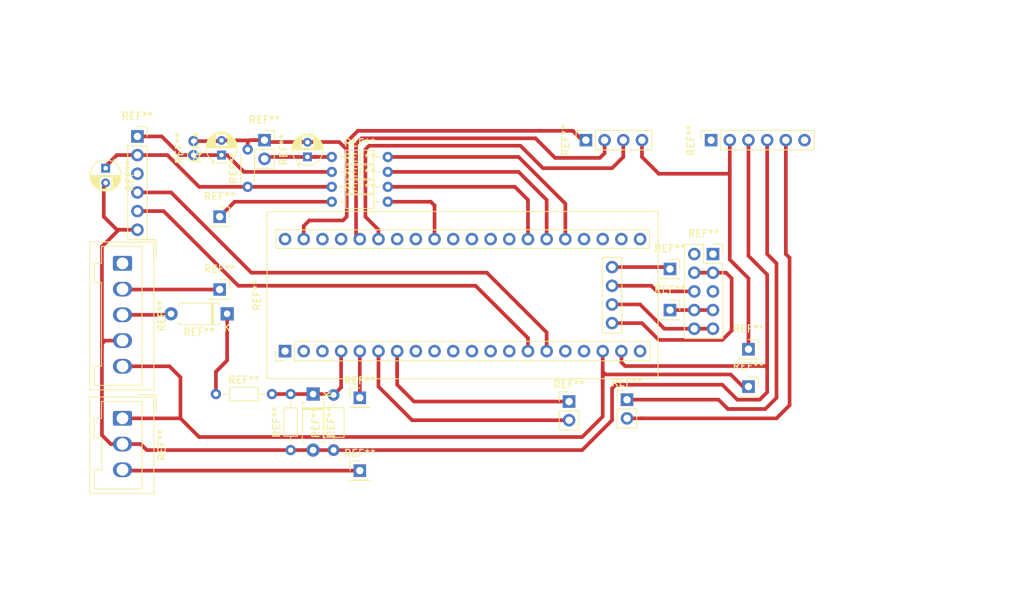
<source format=kicad_pcb>
(kicad_pcb (version 20171130) (host pcbnew "(5.1.9)-1")

  (general
    (thickness 1.6)
    (drawings 11)
    (tracks 217)
    (zones 0)
    (modules 32)
    (nets 1)
  )

  (page A4)
  (layers
    (0 F.Cu signal)
    (31 B.Cu signal)
    (32 B.Adhes user)
    (33 F.Adhes user)
    (34 B.Paste user)
    (35 F.Paste user)
    (36 B.SilkS user)
    (37 F.SilkS user)
    (38 B.Mask user)
    (39 F.Mask user)
    (40 Dwgs.User user)
    (41 Cmts.User user)
    (42 Eco1.User user)
    (43 Eco2.User user)
    (44 Edge.Cuts user)
    (45 Margin user)
    (46 B.CrtYd user)
    (47 F.CrtYd user)
    (48 B.Fab user)
    (49 F.Fab user)
  )

  (setup
    (last_trace_width 0.25)
    (user_trace_width 0.5)
    (trace_clearance 0.2)
    (zone_clearance 0.508)
    (zone_45_only no)
    (trace_min 0.2)
    (via_size 0.8)
    (via_drill 0.4)
    (via_min_size 0.4)
    (via_min_drill 0.3)
    (uvia_size 0.3)
    (uvia_drill 0.1)
    (uvias_allowed no)
    (uvia_min_size 0.2)
    (uvia_min_drill 0.1)
    (edge_width 0.05)
    (segment_width 0.2)
    (pcb_text_width 0.3)
    (pcb_text_size 1.5 1.5)
    (mod_edge_width 0.12)
    (mod_text_size 1 1)
    (mod_text_width 0.15)
    (pad_size 1.524 1.524)
    (pad_drill 0.762)
    (pad_to_mask_clearance 0)
    (aux_axis_origin 0 0)
    (visible_elements 7FFFFFFF)
    (pcbplotparams
      (layerselection 0x010fc_ffffffff)
      (usegerberextensions false)
      (usegerberattributes true)
      (usegerberadvancedattributes true)
      (creategerberjobfile true)
      (excludeedgelayer true)
      (linewidth 0.100000)
      (plotframeref false)
      (viasonmask false)
      (mode 1)
      (useauxorigin false)
      (hpglpennumber 1)
      (hpglpenspeed 20)
      (hpglpendiameter 15.000000)
      (psnegative false)
      (psa4output false)
      (plotreference true)
      (plotvalue true)
      (plotinvisibletext false)
      (padsonsilk false)
      (subtractmaskfromsilk false)
      (outputformat 1)
      (mirror false)
      (drillshape 1)
      (scaleselection 1)
      (outputdirectory ""))
  )

  (net 0 "")

  (net_class Default "This is the default net class."
    (clearance 0.2)
    (trace_width 0.25)
    (via_dia 0.8)
    (via_drill 0.4)
    (uvia_dia 0.3)
    (uvia_drill 0.1)
  )

  (module Resistor_THT:R_Axial_DIN0204_L3.6mm_D1.6mm_P5.08mm_Horizontal (layer F.Cu) (tedit 5AE5139B) (tstamp 605061FF)
    (at 110.49 92.71 90)
    (descr "Resistor, Axial_DIN0204 series, Axial, Horizontal, pin pitch=5.08mm, 0.167W, length*diameter=3.6*1.6mm^2, http://cdn-reichelt.de/documents/datenblatt/B400/1_4W%23YAG.pdf")
    (tags "Resistor Axial_DIN0204 series Axial Horizontal pin pitch 5.08mm 0.167W length 3.6mm diameter 1.6mm")
    (fp_text reference REF** (at 2.54 -1.92 90) (layer F.SilkS)
      (effects (font (size 1 1) (thickness 0.15)))
    )
    (fp_text value R_Axial_DIN0204_L3.6mm_D1.6mm_P5.08mm_Horizontal (at 2.54 1.92 90) (layer F.Fab)
      (effects (font (size 1 1) (thickness 0.15)))
    )
    (fp_line (start 0.74 -0.8) (end 0.74 0.8) (layer F.Fab) (width 0.1))
    (fp_line (start 0.74 0.8) (end 4.34 0.8) (layer F.Fab) (width 0.1))
    (fp_line (start 4.34 0.8) (end 4.34 -0.8) (layer F.Fab) (width 0.1))
    (fp_line (start 4.34 -0.8) (end 0.74 -0.8) (layer F.Fab) (width 0.1))
    (fp_line (start 0 0) (end 0.74 0) (layer F.Fab) (width 0.1))
    (fp_line (start 5.08 0) (end 4.34 0) (layer F.Fab) (width 0.1))
    (fp_line (start 0.62 -0.92) (end 4.46 -0.92) (layer F.SilkS) (width 0.12))
    (fp_line (start 0.62 0.92) (end 4.46 0.92) (layer F.SilkS) (width 0.12))
    (fp_line (start -0.95 -1.05) (end -0.95 1.05) (layer F.CrtYd) (width 0.05))
    (fp_line (start -0.95 1.05) (end 6.03 1.05) (layer F.CrtYd) (width 0.05))
    (fp_line (start 6.03 1.05) (end 6.03 -1.05) (layer F.CrtYd) (width 0.05))
    (fp_line (start 6.03 -1.05) (end -0.95 -1.05) (layer F.CrtYd) (width 0.05))
    (fp_text user %R (at 2.54 0 90) (layer F.Fab)
      (effects (font (size 0.72 0.72) (thickness 0.108)))
    )
    (pad 1 thru_hole circle (at 0 0 90) (size 1.4 1.4) (drill 0.7) (layers *.Cu *.Mask))
    (pad 2 thru_hole oval (at 5.08 0 90) (size 1.4 1.4) (drill 0.7) (layers *.Cu *.Mask))
    (model ${KISYS3DMOD}/Resistor_THT.3dshapes/R_Axial_DIN0204_L3.6mm_D1.6mm_P5.08mm_Horizontal.wrl
      (at (xyz 0 0 0))
      (scale (xyz 1 1 1))
      (rotate (xyz 0 0 0))
    )
  )

  (module Resistor_THT:R_Axial_DIN0204_L3.6mm_D1.6mm_P1.90mm_Vertical (layer F.Cu) (tedit 5AE5139B) (tstamp 60505F10)
    (at 103.124 88.392 90)
    (descr "Resistor, Axial_DIN0204 series, Axial, Vertical, pin pitch=1.9mm, 0.167W, length*diameter=3.6*1.6mm^2, http://cdn-reichelt.de/documents/datenblatt/B400/1_4W%23YAG.pdf")
    (tags "Resistor Axial_DIN0204 series Axial Vertical pin pitch 1.9mm 0.167W length 3.6mm diameter 1.6mm")
    (fp_text reference REF** (at 0.95 -1.92 90) (layer F.SilkS)
      (effects (font (size 1 1) (thickness 0.15)))
    )
    (fp_text value R_Axial_DIN0204_L3.6mm_D1.6mm_P1.90mm_Vertical (at 0.95 1.92 90) (layer F.Fab)
      (effects (font (size 1 1) (thickness 0.15)))
    )
    (fp_circle (center 0 0) (end 0.8 0) (layer F.Fab) (width 0.1))
    (fp_line (start 0 0) (end 1.9 0) (layer F.Fab) (width 0.1))
    (fp_line (start -1.05 -1.05) (end -1.05 1.05) (layer F.CrtYd) (width 0.05))
    (fp_line (start -1.05 1.05) (end 2.86 1.05) (layer F.CrtYd) (width 0.05))
    (fp_line (start 2.86 1.05) (end 2.86 -1.05) (layer F.CrtYd) (width 0.05))
    (fp_line (start 2.86 -1.05) (end -1.05 -1.05) (layer F.CrtYd) (width 0.05))
    (fp_arc (start 0 0) (end 0.417133 -0.7) (angle -233.92106) (layer F.SilkS) (width 0.12))
    (fp_text user %R (at 0.95 -1.92 90) (layer F.Fab)
      (effects (font (size 1 1) (thickness 0.15)))
    )
    (pad 1 thru_hole circle (at 0 0 90) (size 1.4 1.4) (drill 0.7) (layers *.Cu *.Mask))
    (pad 2 thru_hole oval (at 1.9 0 90) (size 1.4 1.4) (drill 0.7) (layers *.Cu *.Mask))
    (model ${KISYS3DMOD}/Resistor_THT.3dshapes/R_Axial_DIN0204_L3.6mm_D1.6mm_P1.90mm_Vertical.wrl
      (at (xyz 0 0 0))
      (scale (xyz 1 1 1))
      (rotate (xyz 0 0 0))
    )
  )

  (module Capacitor_THT:CP_Radial_D4.0mm_P2.00mm (layer F.Cu) (tedit 5AE50EF0) (tstamp 60505905)
    (at 91.186 90.17 270)
    (descr "CP, Radial series, Radial, pin pitch=2.00mm, , diameter=4mm, Electrolytic Capacitor")
    (tags "CP Radial series Radial pin pitch 2.00mm  diameter 4mm Electrolytic Capacitor")
    (fp_text reference REF** (at 1 -3.25 90) (layer F.SilkS)
      (effects (font (size 1 1) (thickness 0.15)))
    )
    (fp_text value CP_Radial_D4.0mm_P2.00mm (at 1 3.25 90) (layer F.Fab)
      (effects (font (size 1 1) (thickness 0.15)))
    )
    (fp_circle (center 1 0) (end 3 0) (layer F.Fab) (width 0.1))
    (fp_circle (center 1 0) (end 3.12 0) (layer F.SilkS) (width 0.12))
    (fp_circle (center 1 0) (end 3.25 0) (layer F.CrtYd) (width 0.05))
    (fp_line (start -0.702554 -0.8675) (end -0.302554 -0.8675) (layer F.Fab) (width 0.1))
    (fp_line (start -0.502554 -1.0675) (end -0.502554 -0.6675) (layer F.Fab) (width 0.1))
    (fp_line (start 1 -2.08) (end 1 2.08) (layer F.SilkS) (width 0.12))
    (fp_line (start 1.04 -2.08) (end 1.04 2.08) (layer F.SilkS) (width 0.12))
    (fp_line (start 1.08 -2.079) (end 1.08 2.079) (layer F.SilkS) (width 0.12))
    (fp_line (start 1.12 -2.077) (end 1.12 2.077) (layer F.SilkS) (width 0.12))
    (fp_line (start 1.16 -2.074) (end 1.16 2.074) (layer F.SilkS) (width 0.12))
    (fp_line (start 1.2 -2.071) (end 1.2 -0.84) (layer F.SilkS) (width 0.12))
    (fp_line (start 1.2 0.84) (end 1.2 2.071) (layer F.SilkS) (width 0.12))
    (fp_line (start 1.24 -2.067) (end 1.24 -0.84) (layer F.SilkS) (width 0.12))
    (fp_line (start 1.24 0.84) (end 1.24 2.067) (layer F.SilkS) (width 0.12))
    (fp_line (start 1.28 -2.062) (end 1.28 -0.84) (layer F.SilkS) (width 0.12))
    (fp_line (start 1.28 0.84) (end 1.28 2.062) (layer F.SilkS) (width 0.12))
    (fp_line (start 1.32 -2.056) (end 1.32 -0.84) (layer F.SilkS) (width 0.12))
    (fp_line (start 1.32 0.84) (end 1.32 2.056) (layer F.SilkS) (width 0.12))
    (fp_line (start 1.36 -2.05) (end 1.36 -0.84) (layer F.SilkS) (width 0.12))
    (fp_line (start 1.36 0.84) (end 1.36 2.05) (layer F.SilkS) (width 0.12))
    (fp_line (start 1.4 -2.042) (end 1.4 -0.84) (layer F.SilkS) (width 0.12))
    (fp_line (start 1.4 0.84) (end 1.4 2.042) (layer F.SilkS) (width 0.12))
    (fp_line (start 1.44 -2.034) (end 1.44 -0.84) (layer F.SilkS) (width 0.12))
    (fp_line (start 1.44 0.84) (end 1.44 2.034) (layer F.SilkS) (width 0.12))
    (fp_line (start 1.48 -2.025) (end 1.48 -0.84) (layer F.SilkS) (width 0.12))
    (fp_line (start 1.48 0.84) (end 1.48 2.025) (layer F.SilkS) (width 0.12))
    (fp_line (start 1.52 -2.016) (end 1.52 -0.84) (layer F.SilkS) (width 0.12))
    (fp_line (start 1.52 0.84) (end 1.52 2.016) (layer F.SilkS) (width 0.12))
    (fp_line (start 1.56 -2.005) (end 1.56 -0.84) (layer F.SilkS) (width 0.12))
    (fp_line (start 1.56 0.84) (end 1.56 2.005) (layer F.SilkS) (width 0.12))
    (fp_line (start 1.6 -1.994) (end 1.6 -0.84) (layer F.SilkS) (width 0.12))
    (fp_line (start 1.6 0.84) (end 1.6 1.994) (layer F.SilkS) (width 0.12))
    (fp_line (start 1.64 -1.982) (end 1.64 -0.84) (layer F.SilkS) (width 0.12))
    (fp_line (start 1.64 0.84) (end 1.64 1.982) (layer F.SilkS) (width 0.12))
    (fp_line (start 1.68 -1.968) (end 1.68 -0.84) (layer F.SilkS) (width 0.12))
    (fp_line (start 1.68 0.84) (end 1.68 1.968) (layer F.SilkS) (width 0.12))
    (fp_line (start 1.721 -1.954) (end 1.721 -0.84) (layer F.SilkS) (width 0.12))
    (fp_line (start 1.721 0.84) (end 1.721 1.954) (layer F.SilkS) (width 0.12))
    (fp_line (start 1.761 -1.94) (end 1.761 -0.84) (layer F.SilkS) (width 0.12))
    (fp_line (start 1.761 0.84) (end 1.761 1.94) (layer F.SilkS) (width 0.12))
    (fp_line (start 1.801 -1.924) (end 1.801 -0.84) (layer F.SilkS) (width 0.12))
    (fp_line (start 1.801 0.84) (end 1.801 1.924) (layer F.SilkS) (width 0.12))
    (fp_line (start 1.841 -1.907) (end 1.841 -0.84) (layer F.SilkS) (width 0.12))
    (fp_line (start 1.841 0.84) (end 1.841 1.907) (layer F.SilkS) (width 0.12))
    (fp_line (start 1.881 -1.889) (end 1.881 -0.84) (layer F.SilkS) (width 0.12))
    (fp_line (start 1.881 0.84) (end 1.881 1.889) (layer F.SilkS) (width 0.12))
    (fp_line (start 1.921 -1.87) (end 1.921 -0.84) (layer F.SilkS) (width 0.12))
    (fp_line (start 1.921 0.84) (end 1.921 1.87) (layer F.SilkS) (width 0.12))
    (fp_line (start 1.961 -1.851) (end 1.961 -0.84) (layer F.SilkS) (width 0.12))
    (fp_line (start 1.961 0.84) (end 1.961 1.851) (layer F.SilkS) (width 0.12))
    (fp_line (start 2.001 -1.83) (end 2.001 -0.84) (layer F.SilkS) (width 0.12))
    (fp_line (start 2.001 0.84) (end 2.001 1.83) (layer F.SilkS) (width 0.12))
    (fp_line (start 2.041 -1.808) (end 2.041 -0.84) (layer F.SilkS) (width 0.12))
    (fp_line (start 2.041 0.84) (end 2.041 1.808) (layer F.SilkS) (width 0.12))
    (fp_line (start 2.081 -1.785) (end 2.081 -0.84) (layer F.SilkS) (width 0.12))
    (fp_line (start 2.081 0.84) (end 2.081 1.785) (layer F.SilkS) (width 0.12))
    (fp_line (start 2.121 -1.76) (end 2.121 -0.84) (layer F.SilkS) (width 0.12))
    (fp_line (start 2.121 0.84) (end 2.121 1.76) (layer F.SilkS) (width 0.12))
    (fp_line (start 2.161 -1.735) (end 2.161 -0.84) (layer F.SilkS) (width 0.12))
    (fp_line (start 2.161 0.84) (end 2.161 1.735) (layer F.SilkS) (width 0.12))
    (fp_line (start 2.201 -1.708) (end 2.201 -0.84) (layer F.SilkS) (width 0.12))
    (fp_line (start 2.201 0.84) (end 2.201 1.708) (layer F.SilkS) (width 0.12))
    (fp_line (start 2.241 -1.68) (end 2.241 -0.84) (layer F.SilkS) (width 0.12))
    (fp_line (start 2.241 0.84) (end 2.241 1.68) (layer F.SilkS) (width 0.12))
    (fp_line (start 2.281 -1.65) (end 2.281 -0.84) (layer F.SilkS) (width 0.12))
    (fp_line (start 2.281 0.84) (end 2.281 1.65) (layer F.SilkS) (width 0.12))
    (fp_line (start 2.321 -1.619) (end 2.321 -0.84) (layer F.SilkS) (width 0.12))
    (fp_line (start 2.321 0.84) (end 2.321 1.619) (layer F.SilkS) (width 0.12))
    (fp_line (start 2.361 -1.587) (end 2.361 -0.84) (layer F.SilkS) (width 0.12))
    (fp_line (start 2.361 0.84) (end 2.361 1.587) (layer F.SilkS) (width 0.12))
    (fp_line (start 2.401 -1.552) (end 2.401 -0.84) (layer F.SilkS) (width 0.12))
    (fp_line (start 2.401 0.84) (end 2.401 1.552) (layer F.SilkS) (width 0.12))
    (fp_line (start 2.441 -1.516) (end 2.441 -0.84) (layer F.SilkS) (width 0.12))
    (fp_line (start 2.441 0.84) (end 2.441 1.516) (layer F.SilkS) (width 0.12))
    (fp_line (start 2.481 -1.478) (end 2.481 -0.84) (layer F.SilkS) (width 0.12))
    (fp_line (start 2.481 0.84) (end 2.481 1.478) (layer F.SilkS) (width 0.12))
    (fp_line (start 2.521 -1.438) (end 2.521 -0.84) (layer F.SilkS) (width 0.12))
    (fp_line (start 2.521 0.84) (end 2.521 1.438) (layer F.SilkS) (width 0.12))
    (fp_line (start 2.561 -1.396) (end 2.561 -0.84) (layer F.SilkS) (width 0.12))
    (fp_line (start 2.561 0.84) (end 2.561 1.396) (layer F.SilkS) (width 0.12))
    (fp_line (start 2.601 -1.351) (end 2.601 -0.84) (layer F.SilkS) (width 0.12))
    (fp_line (start 2.601 0.84) (end 2.601 1.351) (layer F.SilkS) (width 0.12))
    (fp_line (start 2.641 -1.304) (end 2.641 -0.84) (layer F.SilkS) (width 0.12))
    (fp_line (start 2.641 0.84) (end 2.641 1.304) (layer F.SilkS) (width 0.12))
    (fp_line (start 2.681 -1.254) (end 2.681 -0.84) (layer F.SilkS) (width 0.12))
    (fp_line (start 2.681 0.84) (end 2.681 1.254) (layer F.SilkS) (width 0.12))
    (fp_line (start 2.721 -1.2) (end 2.721 -0.84) (layer F.SilkS) (width 0.12))
    (fp_line (start 2.721 0.84) (end 2.721 1.2) (layer F.SilkS) (width 0.12))
    (fp_line (start 2.761 -1.142) (end 2.761 -0.84) (layer F.SilkS) (width 0.12))
    (fp_line (start 2.761 0.84) (end 2.761 1.142) (layer F.SilkS) (width 0.12))
    (fp_line (start 2.801 -1.08) (end 2.801 -0.84) (layer F.SilkS) (width 0.12))
    (fp_line (start 2.801 0.84) (end 2.801 1.08) (layer F.SilkS) (width 0.12))
    (fp_line (start 2.841 -1.013) (end 2.841 1.013) (layer F.SilkS) (width 0.12))
    (fp_line (start 2.881 -0.94) (end 2.881 0.94) (layer F.SilkS) (width 0.12))
    (fp_line (start 2.921 -0.859) (end 2.921 0.859) (layer F.SilkS) (width 0.12))
    (fp_line (start 2.961 -0.768) (end 2.961 0.768) (layer F.SilkS) (width 0.12))
    (fp_line (start 3.001 -0.664) (end 3.001 0.664) (layer F.SilkS) (width 0.12))
    (fp_line (start 3.041 -0.537) (end 3.041 0.537) (layer F.SilkS) (width 0.12))
    (fp_line (start 3.081 -0.37) (end 3.081 0.37) (layer F.SilkS) (width 0.12))
    (fp_line (start -1.269801 -1.195) (end -0.869801 -1.195) (layer F.SilkS) (width 0.12))
    (fp_line (start -1.069801 -1.395) (end -1.069801 -0.995) (layer F.SilkS) (width 0.12))
    (fp_text user %R (at 1 0 90) (layer F.Fab)
      (effects (font (size 0.8 0.8) (thickness 0.12)))
    )
    (pad 1 thru_hole rect (at 0 0 270) (size 1.2 1.2) (drill 0.6) (layers *.Cu *.Mask))
    (pad 2 thru_hole circle (at 2 0 270) (size 1.2 1.2) (drill 0.6) (layers *.Cu *.Mask))
    (model ${KISYS3DMOD}/Capacitor_THT.3dshapes/CP_Radial_D4.0mm_P2.00mm.wrl
      (at (xyz 0 0 0))
      (scale (xyz 1 1 1))
      (rotate (xyz 0 0 0))
    )
  )

  (module Capacitor_THT:CP_Radial_D4.0mm_P2.00mm (layer F.Cu) (tedit 5AE50EF0) (tstamp 60505457)
    (at 106.934 88.392 90)
    (descr "CP, Radial series, Radial, pin pitch=2.00mm, , diameter=4mm, Electrolytic Capacitor")
    (tags "CP Radial series Radial pin pitch 2.00mm  diameter 4mm Electrolytic Capacitor")
    (fp_text reference REF** (at 1 -3.25 90) (layer F.SilkS)
      (effects (font (size 1 1) (thickness 0.15)))
    )
    (fp_text value CP_Radial_D4.0mm_P2.00mm (at 1 3.25 90) (layer F.Fab)
      (effects (font (size 1 1) (thickness 0.15)))
    )
    (fp_circle (center 1 0) (end 3 0) (layer F.Fab) (width 0.1))
    (fp_circle (center 1 0) (end 3.12 0) (layer F.SilkS) (width 0.12))
    (fp_circle (center 1 0) (end 3.25 0) (layer F.CrtYd) (width 0.05))
    (fp_line (start -0.702554 -0.8675) (end -0.302554 -0.8675) (layer F.Fab) (width 0.1))
    (fp_line (start -0.502554 -1.0675) (end -0.502554 -0.6675) (layer F.Fab) (width 0.1))
    (fp_line (start 1 -2.08) (end 1 2.08) (layer F.SilkS) (width 0.12))
    (fp_line (start 1.04 -2.08) (end 1.04 2.08) (layer F.SilkS) (width 0.12))
    (fp_line (start 1.08 -2.079) (end 1.08 2.079) (layer F.SilkS) (width 0.12))
    (fp_line (start 1.12 -2.077) (end 1.12 2.077) (layer F.SilkS) (width 0.12))
    (fp_line (start 1.16 -2.074) (end 1.16 2.074) (layer F.SilkS) (width 0.12))
    (fp_line (start 1.2 -2.071) (end 1.2 -0.84) (layer F.SilkS) (width 0.12))
    (fp_line (start 1.2 0.84) (end 1.2 2.071) (layer F.SilkS) (width 0.12))
    (fp_line (start 1.24 -2.067) (end 1.24 -0.84) (layer F.SilkS) (width 0.12))
    (fp_line (start 1.24 0.84) (end 1.24 2.067) (layer F.SilkS) (width 0.12))
    (fp_line (start 1.28 -2.062) (end 1.28 -0.84) (layer F.SilkS) (width 0.12))
    (fp_line (start 1.28 0.84) (end 1.28 2.062) (layer F.SilkS) (width 0.12))
    (fp_line (start 1.32 -2.056) (end 1.32 -0.84) (layer F.SilkS) (width 0.12))
    (fp_line (start 1.32 0.84) (end 1.32 2.056) (layer F.SilkS) (width 0.12))
    (fp_line (start 1.36 -2.05) (end 1.36 -0.84) (layer F.SilkS) (width 0.12))
    (fp_line (start 1.36 0.84) (end 1.36 2.05) (layer F.SilkS) (width 0.12))
    (fp_line (start 1.4 -2.042) (end 1.4 -0.84) (layer F.SilkS) (width 0.12))
    (fp_line (start 1.4 0.84) (end 1.4 2.042) (layer F.SilkS) (width 0.12))
    (fp_line (start 1.44 -2.034) (end 1.44 -0.84) (layer F.SilkS) (width 0.12))
    (fp_line (start 1.44 0.84) (end 1.44 2.034) (layer F.SilkS) (width 0.12))
    (fp_line (start 1.48 -2.025) (end 1.48 -0.84) (layer F.SilkS) (width 0.12))
    (fp_line (start 1.48 0.84) (end 1.48 2.025) (layer F.SilkS) (width 0.12))
    (fp_line (start 1.52 -2.016) (end 1.52 -0.84) (layer F.SilkS) (width 0.12))
    (fp_line (start 1.52 0.84) (end 1.52 2.016) (layer F.SilkS) (width 0.12))
    (fp_line (start 1.56 -2.005) (end 1.56 -0.84) (layer F.SilkS) (width 0.12))
    (fp_line (start 1.56 0.84) (end 1.56 2.005) (layer F.SilkS) (width 0.12))
    (fp_line (start 1.6 -1.994) (end 1.6 -0.84) (layer F.SilkS) (width 0.12))
    (fp_line (start 1.6 0.84) (end 1.6 1.994) (layer F.SilkS) (width 0.12))
    (fp_line (start 1.64 -1.982) (end 1.64 -0.84) (layer F.SilkS) (width 0.12))
    (fp_line (start 1.64 0.84) (end 1.64 1.982) (layer F.SilkS) (width 0.12))
    (fp_line (start 1.68 -1.968) (end 1.68 -0.84) (layer F.SilkS) (width 0.12))
    (fp_line (start 1.68 0.84) (end 1.68 1.968) (layer F.SilkS) (width 0.12))
    (fp_line (start 1.721 -1.954) (end 1.721 -0.84) (layer F.SilkS) (width 0.12))
    (fp_line (start 1.721 0.84) (end 1.721 1.954) (layer F.SilkS) (width 0.12))
    (fp_line (start 1.761 -1.94) (end 1.761 -0.84) (layer F.SilkS) (width 0.12))
    (fp_line (start 1.761 0.84) (end 1.761 1.94) (layer F.SilkS) (width 0.12))
    (fp_line (start 1.801 -1.924) (end 1.801 -0.84) (layer F.SilkS) (width 0.12))
    (fp_line (start 1.801 0.84) (end 1.801 1.924) (layer F.SilkS) (width 0.12))
    (fp_line (start 1.841 -1.907) (end 1.841 -0.84) (layer F.SilkS) (width 0.12))
    (fp_line (start 1.841 0.84) (end 1.841 1.907) (layer F.SilkS) (width 0.12))
    (fp_line (start 1.881 -1.889) (end 1.881 -0.84) (layer F.SilkS) (width 0.12))
    (fp_line (start 1.881 0.84) (end 1.881 1.889) (layer F.SilkS) (width 0.12))
    (fp_line (start 1.921 -1.87) (end 1.921 -0.84) (layer F.SilkS) (width 0.12))
    (fp_line (start 1.921 0.84) (end 1.921 1.87) (layer F.SilkS) (width 0.12))
    (fp_line (start 1.961 -1.851) (end 1.961 -0.84) (layer F.SilkS) (width 0.12))
    (fp_line (start 1.961 0.84) (end 1.961 1.851) (layer F.SilkS) (width 0.12))
    (fp_line (start 2.001 -1.83) (end 2.001 -0.84) (layer F.SilkS) (width 0.12))
    (fp_line (start 2.001 0.84) (end 2.001 1.83) (layer F.SilkS) (width 0.12))
    (fp_line (start 2.041 -1.808) (end 2.041 -0.84) (layer F.SilkS) (width 0.12))
    (fp_line (start 2.041 0.84) (end 2.041 1.808) (layer F.SilkS) (width 0.12))
    (fp_line (start 2.081 -1.785) (end 2.081 -0.84) (layer F.SilkS) (width 0.12))
    (fp_line (start 2.081 0.84) (end 2.081 1.785) (layer F.SilkS) (width 0.12))
    (fp_line (start 2.121 -1.76) (end 2.121 -0.84) (layer F.SilkS) (width 0.12))
    (fp_line (start 2.121 0.84) (end 2.121 1.76) (layer F.SilkS) (width 0.12))
    (fp_line (start 2.161 -1.735) (end 2.161 -0.84) (layer F.SilkS) (width 0.12))
    (fp_line (start 2.161 0.84) (end 2.161 1.735) (layer F.SilkS) (width 0.12))
    (fp_line (start 2.201 -1.708) (end 2.201 -0.84) (layer F.SilkS) (width 0.12))
    (fp_line (start 2.201 0.84) (end 2.201 1.708) (layer F.SilkS) (width 0.12))
    (fp_line (start 2.241 -1.68) (end 2.241 -0.84) (layer F.SilkS) (width 0.12))
    (fp_line (start 2.241 0.84) (end 2.241 1.68) (layer F.SilkS) (width 0.12))
    (fp_line (start 2.281 -1.65) (end 2.281 -0.84) (layer F.SilkS) (width 0.12))
    (fp_line (start 2.281 0.84) (end 2.281 1.65) (layer F.SilkS) (width 0.12))
    (fp_line (start 2.321 -1.619) (end 2.321 -0.84) (layer F.SilkS) (width 0.12))
    (fp_line (start 2.321 0.84) (end 2.321 1.619) (layer F.SilkS) (width 0.12))
    (fp_line (start 2.361 -1.587) (end 2.361 -0.84) (layer F.SilkS) (width 0.12))
    (fp_line (start 2.361 0.84) (end 2.361 1.587) (layer F.SilkS) (width 0.12))
    (fp_line (start 2.401 -1.552) (end 2.401 -0.84) (layer F.SilkS) (width 0.12))
    (fp_line (start 2.401 0.84) (end 2.401 1.552) (layer F.SilkS) (width 0.12))
    (fp_line (start 2.441 -1.516) (end 2.441 -0.84) (layer F.SilkS) (width 0.12))
    (fp_line (start 2.441 0.84) (end 2.441 1.516) (layer F.SilkS) (width 0.12))
    (fp_line (start 2.481 -1.478) (end 2.481 -0.84) (layer F.SilkS) (width 0.12))
    (fp_line (start 2.481 0.84) (end 2.481 1.478) (layer F.SilkS) (width 0.12))
    (fp_line (start 2.521 -1.438) (end 2.521 -0.84) (layer F.SilkS) (width 0.12))
    (fp_line (start 2.521 0.84) (end 2.521 1.438) (layer F.SilkS) (width 0.12))
    (fp_line (start 2.561 -1.396) (end 2.561 -0.84) (layer F.SilkS) (width 0.12))
    (fp_line (start 2.561 0.84) (end 2.561 1.396) (layer F.SilkS) (width 0.12))
    (fp_line (start 2.601 -1.351) (end 2.601 -0.84) (layer F.SilkS) (width 0.12))
    (fp_line (start 2.601 0.84) (end 2.601 1.351) (layer F.SilkS) (width 0.12))
    (fp_line (start 2.641 -1.304) (end 2.641 -0.84) (layer F.SilkS) (width 0.12))
    (fp_line (start 2.641 0.84) (end 2.641 1.304) (layer F.SilkS) (width 0.12))
    (fp_line (start 2.681 -1.254) (end 2.681 -0.84) (layer F.SilkS) (width 0.12))
    (fp_line (start 2.681 0.84) (end 2.681 1.254) (layer F.SilkS) (width 0.12))
    (fp_line (start 2.721 -1.2) (end 2.721 -0.84) (layer F.SilkS) (width 0.12))
    (fp_line (start 2.721 0.84) (end 2.721 1.2) (layer F.SilkS) (width 0.12))
    (fp_line (start 2.761 -1.142) (end 2.761 -0.84) (layer F.SilkS) (width 0.12))
    (fp_line (start 2.761 0.84) (end 2.761 1.142) (layer F.SilkS) (width 0.12))
    (fp_line (start 2.801 -1.08) (end 2.801 -0.84) (layer F.SilkS) (width 0.12))
    (fp_line (start 2.801 0.84) (end 2.801 1.08) (layer F.SilkS) (width 0.12))
    (fp_line (start 2.841 -1.013) (end 2.841 1.013) (layer F.SilkS) (width 0.12))
    (fp_line (start 2.881 -0.94) (end 2.881 0.94) (layer F.SilkS) (width 0.12))
    (fp_line (start 2.921 -0.859) (end 2.921 0.859) (layer F.SilkS) (width 0.12))
    (fp_line (start 2.961 -0.768) (end 2.961 0.768) (layer F.SilkS) (width 0.12))
    (fp_line (start 3.001 -0.664) (end 3.001 0.664) (layer F.SilkS) (width 0.12))
    (fp_line (start 3.041 -0.537) (end 3.041 0.537) (layer F.SilkS) (width 0.12))
    (fp_line (start 3.081 -0.37) (end 3.081 0.37) (layer F.SilkS) (width 0.12))
    (fp_line (start -1.269801 -1.195) (end -0.869801 -1.195) (layer F.SilkS) (width 0.12))
    (fp_line (start -1.069801 -1.395) (end -1.069801 -0.995) (layer F.SilkS) (width 0.12))
    (fp_text user %R (at 1.27 0 90) (layer F.Fab)
      (effects (font (size 0.8 0.8) (thickness 0.12)))
    )
    (pad 1 thru_hole rect (at 0 0 90) (size 1.2 1.2) (drill 0.6) (layers *.Cu *.Mask))
    (pad 2 thru_hole circle (at 2 0 90) (size 1.2 1.2) (drill 0.6) (layers *.Cu *.Mask))
    (model ${KISYS3DMOD}/Capacitor_THT.3dshapes/CP_Radial_D4.0mm_P2.00mm.wrl
      (at (xyz 0 0 0))
      (scale (xyz 1 1 1))
      (rotate (xyz 0 0 0))
    )
  )

  (module Capacitor_THT:CP_Radial_D4.0mm_P2.00mm (layer F.Cu) (tedit 5AE50EF0) (tstamp 60504BF3)
    (at 118.618 88.646 90)
    (descr "CP, Radial series, Radial, pin pitch=2.00mm, , diameter=4mm, Electrolytic Capacitor")
    (tags "CP Radial series Radial pin pitch 2.00mm  diameter 4mm Electrolytic Capacitor")
    (fp_text reference REF** (at 1 -3.25 90) (layer F.SilkS)
      (effects (font (size 1 1) (thickness 0.15)))
    )
    (fp_text value CP_Radial_D4.0mm_P2.00mm (at 1 3.25 90) (layer F.Fab)
      (effects (font (size 1 1) (thickness 0.15)))
    )
    (fp_circle (center 1 0) (end 3 0) (layer F.Fab) (width 0.1))
    (fp_circle (center 1 0) (end 3.12 0) (layer F.SilkS) (width 0.12))
    (fp_circle (center 1 0) (end 3.25 0) (layer F.CrtYd) (width 0.05))
    (fp_line (start -0.702554 -0.8675) (end -0.302554 -0.8675) (layer F.Fab) (width 0.1))
    (fp_line (start -0.502554 -1.0675) (end -0.502554 -0.6675) (layer F.Fab) (width 0.1))
    (fp_line (start 1 -2.08) (end 1 2.08) (layer F.SilkS) (width 0.12))
    (fp_line (start 1.04 -2.08) (end 1.04 2.08) (layer F.SilkS) (width 0.12))
    (fp_line (start 1.08 -2.079) (end 1.08 2.079) (layer F.SilkS) (width 0.12))
    (fp_line (start 1.12 -2.077) (end 1.12 2.077) (layer F.SilkS) (width 0.12))
    (fp_line (start 1.16 -2.074) (end 1.16 2.074) (layer F.SilkS) (width 0.12))
    (fp_line (start 1.2 -2.071) (end 1.2 -0.84) (layer F.SilkS) (width 0.12))
    (fp_line (start 1.2 0.84) (end 1.2 2.071) (layer F.SilkS) (width 0.12))
    (fp_line (start 1.24 -2.067) (end 1.24 -0.84) (layer F.SilkS) (width 0.12))
    (fp_line (start 1.24 0.84) (end 1.24 2.067) (layer F.SilkS) (width 0.12))
    (fp_line (start 1.28 -2.062) (end 1.28 -0.84) (layer F.SilkS) (width 0.12))
    (fp_line (start 1.28 0.84) (end 1.28 2.062) (layer F.SilkS) (width 0.12))
    (fp_line (start 1.32 -2.056) (end 1.32 -0.84) (layer F.SilkS) (width 0.12))
    (fp_line (start 1.32 0.84) (end 1.32 2.056) (layer F.SilkS) (width 0.12))
    (fp_line (start 1.36 -2.05) (end 1.36 -0.84) (layer F.SilkS) (width 0.12))
    (fp_line (start 1.36 0.84) (end 1.36 2.05) (layer F.SilkS) (width 0.12))
    (fp_line (start 1.4 -2.042) (end 1.4 -0.84) (layer F.SilkS) (width 0.12))
    (fp_line (start 1.4 0.84) (end 1.4 2.042) (layer F.SilkS) (width 0.12))
    (fp_line (start 1.44 -2.034) (end 1.44 -0.84) (layer F.SilkS) (width 0.12))
    (fp_line (start 1.44 0.84) (end 1.44 2.034) (layer F.SilkS) (width 0.12))
    (fp_line (start 1.48 -2.025) (end 1.48 -0.84) (layer F.SilkS) (width 0.12))
    (fp_line (start 1.48 0.84) (end 1.48 2.025) (layer F.SilkS) (width 0.12))
    (fp_line (start 1.52 -2.016) (end 1.52 -0.84) (layer F.SilkS) (width 0.12))
    (fp_line (start 1.52 0.84) (end 1.52 2.016) (layer F.SilkS) (width 0.12))
    (fp_line (start 1.56 -2.005) (end 1.56 -0.84) (layer F.SilkS) (width 0.12))
    (fp_line (start 1.56 0.84) (end 1.56 2.005) (layer F.SilkS) (width 0.12))
    (fp_line (start 1.6 -1.994) (end 1.6 -0.84) (layer F.SilkS) (width 0.12))
    (fp_line (start 1.6 0.84) (end 1.6 1.994) (layer F.SilkS) (width 0.12))
    (fp_line (start 1.64 -1.982) (end 1.64 -0.84) (layer F.SilkS) (width 0.12))
    (fp_line (start 1.64 0.84) (end 1.64 1.982) (layer F.SilkS) (width 0.12))
    (fp_line (start 1.68 -1.968) (end 1.68 -0.84) (layer F.SilkS) (width 0.12))
    (fp_line (start 1.68 0.84) (end 1.68 1.968) (layer F.SilkS) (width 0.12))
    (fp_line (start 1.721 -1.954) (end 1.721 -0.84) (layer F.SilkS) (width 0.12))
    (fp_line (start 1.721 0.84) (end 1.721 1.954) (layer F.SilkS) (width 0.12))
    (fp_line (start 1.761 -1.94) (end 1.761 -0.84) (layer F.SilkS) (width 0.12))
    (fp_line (start 1.761 0.84) (end 1.761 1.94) (layer F.SilkS) (width 0.12))
    (fp_line (start 1.801 -1.924) (end 1.801 -0.84) (layer F.SilkS) (width 0.12))
    (fp_line (start 1.801 0.84) (end 1.801 1.924) (layer F.SilkS) (width 0.12))
    (fp_line (start 1.841 -1.907) (end 1.841 -0.84) (layer F.SilkS) (width 0.12))
    (fp_line (start 1.841 0.84) (end 1.841 1.907) (layer F.SilkS) (width 0.12))
    (fp_line (start 1.881 -1.889) (end 1.881 -0.84) (layer F.SilkS) (width 0.12))
    (fp_line (start 1.881 0.84) (end 1.881 1.889) (layer F.SilkS) (width 0.12))
    (fp_line (start 1.921 -1.87) (end 1.921 -0.84) (layer F.SilkS) (width 0.12))
    (fp_line (start 1.921 0.84) (end 1.921 1.87) (layer F.SilkS) (width 0.12))
    (fp_line (start 1.961 -1.851) (end 1.961 -0.84) (layer F.SilkS) (width 0.12))
    (fp_line (start 1.961 0.84) (end 1.961 1.851) (layer F.SilkS) (width 0.12))
    (fp_line (start 2.001 -1.83) (end 2.001 -0.84) (layer F.SilkS) (width 0.12))
    (fp_line (start 2.001 0.84) (end 2.001 1.83) (layer F.SilkS) (width 0.12))
    (fp_line (start 2.041 -1.808) (end 2.041 -0.84) (layer F.SilkS) (width 0.12))
    (fp_line (start 2.041 0.84) (end 2.041 1.808) (layer F.SilkS) (width 0.12))
    (fp_line (start 2.081 -1.785) (end 2.081 -0.84) (layer F.SilkS) (width 0.12))
    (fp_line (start 2.081 0.84) (end 2.081 1.785) (layer F.SilkS) (width 0.12))
    (fp_line (start 2.121 -1.76) (end 2.121 -0.84) (layer F.SilkS) (width 0.12))
    (fp_line (start 2.121 0.84) (end 2.121 1.76) (layer F.SilkS) (width 0.12))
    (fp_line (start 2.161 -1.735) (end 2.161 -0.84) (layer F.SilkS) (width 0.12))
    (fp_line (start 2.161 0.84) (end 2.161 1.735) (layer F.SilkS) (width 0.12))
    (fp_line (start 2.201 -1.708) (end 2.201 -0.84) (layer F.SilkS) (width 0.12))
    (fp_line (start 2.201 0.84) (end 2.201 1.708) (layer F.SilkS) (width 0.12))
    (fp_line (start 2.241 -1.68) (end 2.241 -0.84) (layer F.SilkS) (width 0.12))
    (fp_line (start 2.241 0.84) (end 2.241 1.68) (layer F.SilkS) (width 0.12))
    (fp_line (start 2.281 -1.65) (end 2.281 -0.84) (layer F.SilkS) (width 0.12))
    (fp_line (start 2.281 0.84) (end 2.281 1.65) (layer F.SilkS) (width 0.12))
    (fp_line (start 2.321 -1.619) (end 2.321 -0.84) (layer F.SilkS) (width 0.12))
    (fp_line (start 2.321 0.84) (end 2.321 1.619) (layer F.SilkS) (width 0.12))
    (fp_line (start 2.361 -1.587) (end 2.361 -0.84) (layer F.SilkS) (width 0.12))
    (fp_line (start 2.361 0.84) (end 2.361 1.587) (layer F.SilkS) (width 0.12))
    (fp_line (start 2.401 -1.552) (end 2.401 -0.84) (layer F.SilkS) (width 0.12))
    (fp_line (start 2.401 0.84) (end 2.401 1.552) (layer F.SilkS) (width 0.12))
    (fp_line (start 2.441 -1.516) (end 2.441 -0.84) (layer F.SilkS) (width 0.12))
    (fp_line (start 2.441 0.84) (end 2.441 1.516) (layer F.SilkS) (width 0.12))
    (fp_line (start 2.481 -1.478) (end 2.481 -0.84) (layer F.SilkS) (width 0.12))
    (fp_line (start 2.481 0.84) (end 2.481 1.478) (layer F.SilkS) (width 0.12))
    (fp_line (start 2.521 -1.438) (end 2.521 -0.84) (layer F.SilkS) (width 0.12))
    (fp_line (start 2.521 0.84) (end 2.521 1.438) (layer F.SilkS) (width 0.12))
    (fp_line (start 2.561 -1.396) (end 2.561 -0.84) (layer F.SilkS) (width 0.12))
    (fp_line (start 2.561 0.84) (end 2.561 1.396) (layer F.SilkS) (width 0.12))
    (fp_line (start 2.601 -1.351) (end 2.601 -0.84) (layer F.SilkS) (width 0.12))
    (fp_line (start 2.601 0.84) (end 2.601 1.351) (layer F.SilkS) (width 0.12))
    (fp_line (start 2.641 -1.304) (end 2.641 -0.84) (layer F.SilkS) (width 0.12))
    (fp_line (start 2.641 0.84) (end 2.641 1.304) (layer F.SilkS) (width 0.12))
    (fp_line (start 2.681 -1.254) (end 2.681 -0.84) (layer F.SilkS) (width 0.12))
    (fp_line (start 2.681 0.84) (end 2.681 1.254) (layer F.SilkS) (width 0.12))
    (fp_line (start 2.721 -1.2) (end 2.721 -0.84) (layer F.SilkS) (width 0.12))
    (fp_line (start 2.721 0.84) (end 2.721 1.2) (layer F.SilkS) (width 0.12))
    (fp_line (start 2.761 -1.142) (end 2.761 -0.84) (layer F.SilkS) (width 0.12))
    (fp_line (start 2.761 0.84) (end 2.761 1.142) (layer F.SilkS) (width 0.12))
    (fp_line (start 2.801 -1.08) (end 2.801 -0.84) (layer F.SilkS) (width 0.12))
    (fp_line (start 2.801 0.84) (end 2.801 1.08) (layer F.SilkS) (width 0.12))
    (fp_line (start 2.841 -1.013) (end 2.841 1.013) (layer F.SilkS) (width 0.12))
    (fp_line (start 2.881 -0.94) (end 2.881 0.94) (layer F.SilkS) (width 0.12))
    (fp_line (start 2.921 -0.859) (end 2.921 0.859) (layer F.SilkS) (width 0.12))
    (fp_line (start 2.961 -0.768) (end 2.961 0.768) (layer F.SilkS) (width 0.12))
    (fp_line (start 3.001 -0.664) (end 3.001 0.664) (layer F.SilkS) (width 0.12))
    (fp_line (start 3.041 -0.537) (end 3.041 0.537) (layer F.SilkS) (width 0.12))
    (fp_line (start 3.081 -0.37) (end 3.081 0.37) (layer F.SilkS) (width 0.12))
    (fp_line (start -1.269801 -1.195) (end -0.869801 -1.195) (layer F.SilkS) (width 0.12))
    (fp_line (start -1.069801 -1.395) (end -1.069801 -0.995) (layer F.SilkS) (width 0.12))
    (fp_text user %R (at 1 0 90) (layer F.Fab)
      (effects (font (size 0.8 0.8) (thickness 0.12)))
    )
    (pad 1 thru_hole rect (at 0 0 90) (size 1.2 1.2) (drill 0.6) (layers *.Cu *.Mask))
    (pad 2 thru_hole circle (at 2 0 90) (size 1.2 1.2) (drill 0.6) (layers *.Cu *.Mask))
    (model ${KISYS3DMOD}/Capacitor_THT.3dshapes/CP_Radial_D4.0mm_P2.00mm.wrl
      (at (xyz 0 0 0))
      (scale (xyz 1 1 1))
      (rotate (xyz 0 0 0))
    )
  )

  (module Connector_PinSocket_2.54mm:PinSocket_1x02_P2.54mm_Vertical (layer F.Cu) (tedit 5A19A420) (tstamp 60503E5A)
    (at 112.776 86.36)
    (descr "Through hole straight socket strip, 1x02, 2.54mm pitch, single row (from Kicad 4.0.7), script generated")
    (tags "Through hole socket strip THT 1x02 2.54mm single row")
    (fp_text reference REF** (at 0 -2.77) (layer F.SilkS)
      (effects (font (size 1 1) (thickness 0.15)))
    )
    (fp_text value button (at 0 5.31) (layer F.Fab)
      (effects (font (size 1 1) (thickness 0.15)))
    )
    (fp_line (start -1.27 -1.27) (end 0.635 -1.27) (layer F.Fab) (width 0.1))
    (fp_line (start 0.635 -1.27) (end 1.27 -0.635) (layer F.Fab) (width 0.1))
    (fp_line (start 1.27 -0.635) (end 1.27 3.81) (layer F.Fab) (width 0.1))
    (fp_line (start 1.27 3.81) (end -1.27 3.81) (layer F.Fab) (width 0.1))
    (fp_line (start -1.27 3.81) (end -1.27 -1.27) (layer F.Fab) (width 0.1))
    (fp_line (start -1.33 1.27) (end 1.33 1.27) (layer F.SilkS) (width 0.12))
    (fp_line (start -1.33 1.27) (end -1.33 3.87) (layer F.SilkS) (width 0.12))
    (fp_line (start -1.33 3.87) (end 1.33 3.87) (layer F.SilkS) (width 0.12))
    (fp_line (start 1.33 1.27) (end 1.33 3.87) (layer F.SilkS) (width 0.12))
    (fp_line (start 1.33 -1.33) (end 1.33 0) (layer F.SilkS) (width 0.12))
    (fp_line (start 0 -1.33) (end 1.33 -1.33) (layer F.SilkS) (width 0.12))
    (fp_line (start -1.8 -1.8) (end 1.75 -1.8) (layer F.CrtYd) (width 0.05))
    (fp_line (start 1.75 -1.8) (end 1.75 4.3) (layer F.CrtYd) (width 0.05))
    (fp_line (start 1.75 4.3) (end -1.8 4.3) (layer F.CrtYd) (width 0.05))
    (fp_line (start -1.8 4.3) (end -1.8 -1.8) (layer F.CrtYd) (width 0.05))
    (fp_text user %R (at 0.254 3.556 90) (layer F.Fab)
      (effects (font (size 1 1) (thickness 0.15)))
    )
    (pad 1 thru_hole rect (at 0 0) (size 1.7 1.7) (drill 1) (layers *.Cu *.Mask))
    (pad 2 thru_hole oval (at 0 2.54) (size 1.7 1.7) (drill 1) (layers *.Cu *.Mask))
    (model ${KISYS3DMOD}/Connector_PinSocket_2.54mm.3dshapes/PinSocket_1x02_P2.54mm_Vertical.wrl
      (at (xyz 0 0 0))
      (scale (xyz 1 1 1))
      (rotate (xyz 0 0 0))
    )
  )

  (module Connector_PinSocket_2.54mm:PinSocket_1x06_P2.54mm_Vertical (layer F.Cu) (tedit 5A19A430) (tstamp 60503DFD)
    (at 95.504 85.852)
    (descr "Through hole straight socket strip, 1x06, 2.54mm pitch, single row (from Kicad 4.0.7), script generated")
    (tags "Through hole socket strip THT 1x06 2.54mm single row")
    (fp_text reference REF** (at 0 -2.77) (layer F.SilkS)
      (effects (font (size 1 1) (thickness 0.15)))
    )
    (fp_text value PinSocket_1x06_P2.54mm_Vertical (at 0 15.47) (layer F.Fab)
      (effects (font (size 1 1) (thickness 0.15)))
    )
    (fp_line (start -1.27 -1.27) (end 0.635 -1.27) (layer F.Fab) (width 0.1))
    (fp_line (start 0.635 -1.27) (end 1.27 -0.635) (layer F.Fab) (width 0.1))
    (fp_line (start 1.27 -0.635) (end 1.27 13.97) (layer F.Fab) (width 0.1))
    (fp_line (start 1.27 13.97) (end -1.27 13.97) (layer F.Fab) (width 0.1))
    (fp_line (start -1.27 13.97) (end -1.27 -1.27) (layer F.Fab) (width 0.1))
    (fp_line (start -1.33 1.27) (end 1.33 1.27) (layer F.SilkS) (width 0.12))
    (fp_line (start -1.33 1.27) (end -1.33 14.03) (layer F.SilkS) (width 0.12))
    (fp_line (start -1.33 14.03) (end 1.33 14.03) (layer F.SilkS) (width 0.12))
    (fp_line (start 1.33 1.27) (end 1.33 14.03) (layer F.SilkS) (width 0.12))
    (fp_line (start 1.33 -1.33) (end 1.33 0) (layer F.SilkS) (width 0.12))
    (fp_line (start 0 -1.33) (end 1.33 -1.33) (layer F.SilkS) (width 0.12))
    (fp_line (start -1.8 -1.8) (end 1.75 -1.8) (layer F.CrtYd) (width 0.05))
    (fp_line (start 1.75 -1.8) (end 1.75 14.45) (layer F.CrtYd) (width 0.05))
    (fp_line (start 1.75 14.45) (end -1.8 14.45) (layer F.CrtYd) (width 0.05))
    (fp_line (start -1.8 14.45) (end -1.8 -1.8) (layer F.CrtYd) (width 0.05))
    (fp_text user %R (at 0 6.35 90) (layer F.Fab)
      (effects (font (size 1 1) (thickness 0.15)))
    )
    (pad 1 thru_hole rect (at 0 0) (size 1.7 1.7) (drill 1) (layers *.Cu *.Mask))
    (pad 2 thru_hole oval (at 0 2.54) (size 1.7 1.7) (drill 1) (layers *.Cu *.Mask))
    (pad 3 thru_hole oval (at 0 5.08) (size 1.7 1.7) (drill 1) (layers *.Cu *.Mask))
    (pad 4 thru_hole oval (at 0 7.62) (size 1.7 1.7) (drill 1) (layers *.Cu *.Mask))
    (pad 5 thru_hole oval (at 0 10.16) (size 1.7 1.7) (drill 1) (layers *.Cu *.Mask))
    (pad 6 thru_hole oval (at 0 12.7) (size 1.7 1.7) (drill 1) (layers *.Cu *.Mask))
    (model ${KISYS3DMOD}/Connector_PinSocket_2.54mm.3dshapes/PinSocket_1x06_P2.54mm_Vertical.wrl
      (at (xyz 0 0 0))
      (scale (xyz 1 1 1))
      (rotate (xyz 0 0 0))
    )
  )

  (module Resistor_THT:R_Axial_DIN0204_L3.6mm_D1.6mm_P7.62mm_Horizontal (layer F.Cu) (tedit 5AE5139B) (tstamp 605029B4)
    (at 121.92 94.742)
    (descr "Resistor, Axial_DIN0204 series, Axial, Horizontal, pin pitch=7.62mm, 0.167W, length*diameter=3.6*1.6mm^2, http://cdn-reichelt.de/documents/datenblatt/B400/1_4W%23YAG.pdf")
    (tags "Resistor Axial_DIN0204 series Axial Horizontal pin pitch 7.62mm 0.167W length 3.6mm diameter 1.6mm")
    (fp_text reference REF** (at 3.81 -1.92) (layer F.SilkS)
      (effects (font (size 1 1) (thickness 0.15)))
    )
    (fp_text value "" (at 3.81 1.92) (layer F.Fab)
      (effects (font (size 1 1) (thickness 0.15)))
    )
    (fp_line (start 2.01 -0.8) (end 2.01 0.8) (layer F.Fab) (width 0.1))
    (fp_line (start 2.01 0.8) (end 5.61 0.8) (layer F.Fab) (width 0.1))
    (fp_line (start 5.61 0.8) (end 5.61 -0.8) (layer F.Fab) (width 0.1))
    (fp_line (start 5.61 -0.8) (end 2.01 -0.8) (layer F.Fab) (width 0.1))
    (fp_line (start 0 0) (end 2.01 0) (layer F.Fab) (width 0.1))
    (fp_line (start 7.62 0) (end 5.61 0) (layer F.Fab) (width 0.1))
    (fp_line (start 1.89 -0.92) (end 1.89 0.92) (layer F.SilkS) (width 0.12))
    (fp_line (start 1.89 0.92) (end 5.73 0.92) (layer F.SilkS) (width 0.12))
    (fp_line (start 5.73 0.92) (end 5.73 -0.92) (layer F.SilkS) (width 0.12))
    (fp_line (start 5.73 -0.92) (end 1.89 -0.92) (layer F.SilkS) (width 0.12))
    (fp_line (start 0.94 0) (end 1.89 0) (layer F.SilkS) (width 0.12))
    (fp_line (start 6.68 0) (end 5.73 0) (layer F.SilkS) (width 0.12))
    (fp_line (start -0.95 -1.05) (end -0.95 1.05) (layer F.CrtYd) (width 0.05))
    (fp_line (start -0.95 1.05) (end 8.57 1.05) (layer F.CrtYd) (width 0.05))
    (fp_line (start 8.57 1.05) (end 8.57 -1.05) (layer F.CrtYd) (width 0.05))
    (fp_line (start 8.57 -1.05) (end -0.95 -1.05) (layer F.CrtYd) (width 0.05))
    (fp_text user %R (at 3.81 0) (layer F.Fab)
      (effects (font (size 0.72 0.72) (thickness 0.108)))
    )
    (pad 2 thru_hole oval (at 7.62 0) (size 1.4 1.4) (drill 0.7) (layers *.Cu *.Mask))
    (pad 1 thru_hole circle (at 0 0) (size 1.4 1.4) (drill 0.7) (layers *.Cu *.Mask))
    (model ${KISYS3DMOD}/Resistor_THT.3dshapes/R_Axial_DIN0204_L3.6mm_D1.6mm_P7.62mm_Horizontal.wrl
      (at (xyz 0 0 0))
      (scale (xyz 1 1 1))
      (rotate (xyz 0 0 0))
    )
  )

  (module Connector_Wago:Wago_734-135_1x05_P3.50mm_Vertical (layer F.Cu) (tedit 5B788E68) (tstamp 604FF763)
    (at 93.472 103.124 270)
    (descr "Molex 734 Male header (for PCBs); Straight solder pin 1 x 1 mm, 734-135 , 5 Pins (http://www.farnell.com/datasheets/2157639.pdf), generated with kicad-footprint-generator")
    (tags "connector Wago  side entry")
    (fp_text reference REF** (at 7.15 -5.35 90) (layer F.SilkS)
      (effects (font (size 1 1) (thickness 0.15)))
    )
    (fp_text value Wago_734-135_1x05_P3.50mm_Vertical (at 7.15 5.55 90) (layer F.Fab)
      (effects (font (size 1 1) (thickness 0.15)))
    )
    (fp_line (start -2.8 -4.15) (end -2.8 4.35) (layer F.Fab) (width 0.1))
    (fp_line (start -2.8 4.35) (end 17.1 4.35) (layer F.Fab) (width 0.1))
    (fp_line (start 17.1 4.35) (end 17.1 -4.15) (layer F.Fab) (width 0.1))
    (fp_line (start 17.1 -4.15) (end -2.8 -4.15) (layer F.Fab) (width 0.1))
    (fp_line (start -2.91 -4.26) (end -2.91 4.46) (layer F.SilkS) (width 0.12))
    (fp_line (start -2.91 4.46) (end 17.21 4.46) (layer F.SilkS) (width 0.12))
    (fp_line (start 17.21 4.46) (end 17.21 -4.26) (layer F.SilkS) (width 0.12))
    (fp_line (start 17.21 -4.26) (end -2.91 -4.26) (layer F.SilkS) (width 0.12))
    (fp_line (start -2.3 -2.65) (end -2.3 2.85) (layer F.SilkS) (width 0.12))
    (fp_line (start -2.3 2.85) (end 0 2.85) (layer F.SilkS) (width 0.12))
    (fp_line (start 0 2.85) (end 0 3.85) (layer F.SilkS) (width 0.12))
    (fp_line (start 0 3.85) (end 2.6 3.85) (layer F.SilkS) (width 0.12))
    (fp_line (start 2.6 3.85) (end 2.6 2.85) (layer F.SilkS) (width 0.12))
    (fp_line (start 2.6 2.85) (end 14 2.85) (layer F.SilkS) (width 0.12))
    (fp_line (start 14 2.85) (end 14 3.85) (layer F.SilkS) (width 0.12))
    (fp_line (start 14 3.85) (end 16.6 3.85) (layer F.SilkS) (width 0.12))
    (fp_line (start 16.6 3.85) (end 16.6 -2.65) (layer F.SilkS) (width 0.12))
    (fp_line (start 16.6 -2.65) (end -2.3 -2.65) (layer F.SilkS) (width 0.12))
    (fp_line (start -3.21 -2.15) (end -3.21 -4.56) (layer F.SilkS) (width 0.12))
    (fp_line (start -3.21 -4.56) (end -0.8 -4.56) (layer F.SilkS) (width 0.12))
    (fp_line (start -0.5 -4.15) (end 0 -3.442893) (layer F.Fab) (width 0.1))
    (fp_line (start 0 -3.442893) (end 0.5 -4.15) (layer F.Fab) (width 0.1))
    (fp_line (start -3.3 -4.65) (end -3.3 4.85) (layer F.CrtYd) (width 0.05))
    (fp_line (start -3.3 4.85) (end 17.6 4.85) (layer F.CrtYd) (width 0.05))
    (fp_line (start 17.6 4.85) (end 17.6 -4.65) (layer F.CrtYd) (width 0.05))
    (fp_line (start 17.6 -4.65) (end -3.3 -4.65) (layer F.CrtYd) (width 0.05))
    (fp_text user %R (at 7.15 3.65 90) (layer F.Fab)
      (effects (font (size 1 1) (thickness 0.15)))
    )
    (pad 1 thru_hole roundrect (at 0 0 270) (size 2 2.6) (drill 1.6) (layers *.Cu *.Mask) (roundrect_rratio 0.125))
    (pad 2 thru_hole oval (at 3.5 0 270) (size 2 2.6) (drill 1.6) (layers *.Cu *.Mask))
    (pad 3 thru_hole oval (at 7 0 270) (size 2 2.6) (drill 1.6) (layers *.Cu *.Mask))
    (pad 4 thru_hole oval (at 10.5 0 270) (size 2 2.6) (drill 1.6) (layers *.Cu *.Mask))
    (pad 5 thru_hole oval (at 14 0 270) (size 2 2.6) (drill 1.6) (layers *.Cu *.Mask))
    (model ${KISYS3DMOD}/Connector_Wago.3dshapes/Wago_734-135_1x05_P3.50mm_Vertical.wrl
      (at (xyz 0 0 0))
      (scale (xyz 1 1 1))
      (rotate (xyz 0 0 0))
    )
  )

  (module Resistor_THT:R_Axial_DIN0204_L3.6mm_D1.6mm_P7.62mm_Horizontal (layer F.Cu) (tedit 5AE5139B) (tstamp 605029B4)
    (at 121.92 88.646)
    (descr "Resistor, Axial_DIN0204 series, Axial, Horizontal, pin pitch=7.62mm, 0.167W, length*diameter=3.6*1.6mm^2, http://cdn-reichelt.de/documents/datenblatt/B400/1_4W%23YAG.pdf")
    (tags "Resistor Axial_DIN0204 series Axial Horizontal pin pitch 7.62mm 0.167W length 3.6mm diameter 1.6mm")
    (fp_text reference REF** (at 3.81 -1.92) (layer F.SilkS)
      (effects (font (size 1 1) (thickness 0.15)))
    )
    (fp_text value "" (at 3.81 1.92) (layer F.Fab)
      (effects (font (size 1 1) (thickness 0.15)))
    )
    (fp_line (start 2.01 -0.8) (end 2.01 0.8) (layer F.Fab) (width 0.1))
    (fp_line (start 2.01 0.8) (end 5.61 0.8) (layer F.Fab) (width 0.1))
    (fp_line (start 5.61 0.8) (end 5.61 -0.8) (layer F.Fab) (width 0.1))
    (fp_line (start 5.61 -0.8) (end 2.01 -0.8) (layer F.Fab) (width 0.1))
    (fp_line (start 0 0) (end 2.01 0) (layer F.Fab) (width 0.1))
    (fp_line (start 7.62 0) (end 5.61 0) (layer F.Fab) (width 0.1))
    (fp_line (start 1.89 -0.92) (end 1.89 0.92) (layer F.SilkS) (width 0.12))
    (fp_line (start 1.89 0.92) (end 5.73 0.92) (layer F.SilkS) (width 0.12))
    (fp_line (start 5.73 0.92) (end 5.73 -0.92) (layer F.SilkS) (width 0.12))
    (fp_line (start 5.73 -0.92) (end 1.89 -0.92) (layer F.SilkS) (width 0.12))
    (fp_line (start 0.94 0) (end 1.89 0) (layer F.SilkS) (width 0.12))
    (fp_line (start 6.68 0) (end 5.73 0) (layer F.SilkS) (width 0.12))
    (fp_line (start -0.95 -1.05) (end -0.95 1.05) (layer F.CrtYd) (width 0.05))
    (fp_line (start -0.95 1.05) (end 8.57 1.05) (layer F.CrtYd) (width 0.05))
    (fp_line (start 8.57 1.05) (end 8.57 -1.05) (layer F.CrtYd) (width 0.05))
    (fp_line (start 8.57 -1.05) (end -0.95 -1.05) (layer F.CrtYd) (width 0.05))
    (fp_text user %R (at 3.81 0) (layer F.Fab)
      (effects (font (size 0.72 0.72) (thickness 0.108)))
    )
    (pad 2 thru_hole oval (at 7.62 0) (size 1.4 1.4) (drill 0.7) (layers *.Cu *.Mask))
    (pad 1 thru_hole circle (at 0 0) (size 1.4 1.4) (drill 0.7) (layers *.Cu *.Mask))
    (model ${KISYS3DMOD}/Resistor_THT.3dshapes/R_Axial_DIN0204_L3.6mm_D1.6mm_P7.62mm_Horizontal.wrl
      (at (xyz 0 0 0))
      (scale (xyz 1 1 1))
      (rotate (xyz 0 0 0))
    )
  )

  (module Resistor_THT:R_Axial_DIN0204_L3.6mm_D1.6mm_P7.62mm_Horizontal (layer F.Cu) (tedit 5AE5139B) (tstamp 605029B4)
    (at 121.92 90.678)
    (descr "Resistor, Axial_DIN0204 series, Axial, Horizontal, pin pitch=7.62mm, 0.167W, length*diameter=3.6*1.6mm^2, http://cdn-reichelt.de/documents/datenblatt/B400/1_4W%23YAG.pdf")
    (tags "Resistor Axial_DIN0204 series Axial Horizontal pin pitch 7.62mm 0.167W length 3.6mm diameter 1.6mm")
    (fp_text reference REF** (at 3.81 -1.92) (layer F.SilkS)
      (effects (font (size 1 1) (thickness 0.15)))
    )
    (fp_text value "" (at 3.81 1.92) (layer F.Fab)
      (effects (font (size 1 1) (thickness 0.15)))
    )
    (fp_line (start 2.01 -0.8) (end 2.01 0.8) (layer F.Fab) (width 0.1))
    (fp_line (start 2.01 0.8) (end 5.61 0.8) (layer F.Fab) (width 0.1))
    (fp_line (start 5.61 0.8) (end 5.61 -0.8) (layer F.Fab) (width 0.1))
    (fp_line (start 5.61 -0.8) (end 2.01 -0.8) (layer F.Fab) (width 0.1))
    (fp_line (start 0 0) (end 2.01 0) (layer F.Fab) (width 0.1))
    (fp_line (start 7.62 0) (end 5.61 0) (layer F.Fab) (width 0.1))
    (fp_line (start 1.89 -0.92) (end 1.89 0.92) (layer F.SilkS) (width 0.12))
    (fp_line (start 1.89 0.92) (end 5.73 0.92) (layer F.SilkS) (width 0.12))
    (fp_line (start 5.73 0.92) (end 5.73 -0.92) (layer F.SilkS) (width 0.12))
    (fp_line (start 5.73 -0.92) (end 1.89 -0.92) (layer F.SilkS) (width 0.12))
    (fp_line (start 0.94 0) (end 1.89 0) (layer F.SilkS) (width 0.12))
    (fp_line (start 6.68 0) (end 5.73 0) (layer F.SilkS) (width 0.12))
    (fp_line (start -0.95 -1.05) (end -0.95 1.05) (layer F.CrtYd) (width 0.05))
    (fp_line (start -0.95 1.05) (end 8.57 1.05) (layer F.CrtYd) (width 0.05))
    (fp_line (start 8.57 1.05) (end 8.57 -1.05) (layer F.CrtYd) (width 0.05))
    (fp_line (start 8.57 -1.05) (end -0.95 -1.05) (layer F.CrtYd) (width 0.05))
    (fp_text user %R (at 3.81 0) (layer F.Fab)
      (effects (font (size 0.72 0.72) (thickness 0.108)))
    )
    (pad 2 thru_hole oval (at 7.62 0) (size 1.4 1.4) (drill 0.7) (layers *.Cu *.Mask))
    (pad 1 thru_hole circle (at 0 0) (size 1.4 1.4) (drill 0.7) (layers *.Cu *.Mask))
    (model ${KISYS3DMOD}/Resistor_THT.3dshapes/R_Axial_DIN0204_L3.6mm_D1.6mm_P7.62mm_Horizontal.wrl
      (at (xyz 0 0 0))
      (scale (xyz 1 1 1))
      (rotate (xyz 0 0 0))
    )
  )

  (module Resistor_THT:R_Axial_DIN0204_L3.6mm_D1.6mm_P7.62mm_Horizontal (layer F.Cu) (tedit 5AE5139B) (tstamp 605020A7)
    (at 121.92 92.71)
    (descr "Resistor, Axial_DIN0204 series, Axial, Horizontal, pin pitch=7.62mm, 0.167W, length*diameter=3.6*1.6mm^2, http://cdn-reichelt.de/documents/datenblatt/B400/1_4W%23YAG.pdf")
    (tags "Resistor Axial_DIN0204 series Axial Horizontal pin pitch 7.62mm 0.167W length 3.6mm diameter 1.6mm")
    (fp_text reference REF** (at 3.81 -1.92) (layer F.SilkS)
      (effects (font (size 1 1) (thickness 0.15)))
    )
    (fp_text value "" (at 3.81 1.92) (layer F.Fab)
      (effects (font (size 1 1) (thickness 0.15)))
    )
    (fp_line (start 2.01 -0.8) (end 2.01 0.8) (layer F.Fab) (width 0.1))
    (fp_line (start 2.01 0.8) (end 5.61 0.8) (layer F.Fab) (width 0.1))
    (fp_line (start 5.61 0.8) (end 5.61 -0.8) (layer F.Fab) (width 0.1))
    (fp_line (start 5.61 -0.8) (end 2.01 -0.8) (layer F.Fab) (width 0.1))
    (fp_line (start 0 0) (end 2.01 0) (layer F.Fab) (width 0.1))
    (fp_line (start 7.62 0) (end 5.61 0) (layer F.Fab) (width 0.1))
    (fp_line (start 1.89 -0.92) (end 1.89 0.92) (layer F.SilkS) (width 0.12))
    (fp_line (start 1.89 0.92) (end 5.73 0.92) (layer F.SilkS) (width 0.12))
    (fp_line (start 5.73 0.92) (end 5.73 -0.92) (layer F.SilkS) (width 0.12))
    (fp_line (start 5.73 -0.92) (end 1.89 -0.92) (layer F.SilkS) (width 0.12))
    (fp_line (start 0.94 0) (end 1.89 0) (layer F.SilkS) (width 0.12))
    (fp_line (start 6.68 0) (end 5.73 0) (layer F.SilkS) (width 0.12))
    (fp_line (start -0.95 -1.05) (end -0.95 1.05) (layer F.CrtYd) (width 0.05))
    (fp_line (start -0.95 1.05) (end 8.57 1.05) (layer F.CrtYd) (width 0.05))
    (fp_line (start 8.57 1.05) (end 8.57 -1.05) (layer F.CrtYd) (width 0.05))
    (fp_line (start 8.57 -1.05) (end -0.95 -1.05) (layer F.CrtYd) (width 0.05))
    (fp_text user %R (at 3.81 0) (layer F.Fab)
      (effects (font (size 0.72 0.72) (thickness 0.108)))
    )
    (pad 1 thru_hole circle (at 0 0) (size 1.4 1.4) (drill 0.7) (layers *.Cu *.Mask))
    (pad 2 thru_hole oval (at 7.62 0) (size 1.4 1.4) (drill 0.7) (layers *.Cu *.Mask))
    (model ${KISYS3DMOD}/Resistor_THT.3dshapes/R_Axial_DIN0204_L3.6mm_D1.6mm_P7.62mm_Horizontal.wrl
      (at (xyz 0 0 0))
      (scale (xyz 1 1 1))
      (rotate (xyz 0 0 0))
    )
  )

  (module YAAJ_BluePill_SWD_2 (layer F.Cu) (tedit 5F81AE22) (tstamp 60502290)
    (at 115.57 115.062 90)
    (descr "Through hole headers for BluePill module. No SWD breakout. Fancy silkscreen.")
    (tags "module BlluePill Blue Pill header SWD breakout")
    (fp_text reference REF** (at 7.62 -3.81 90) (layer F.SilkS)
      (effects (font (size 1 1) (thickness 0.15)))
    )
    (fp_text value BluePill (at 20.32 24.13) (layer F.Fab) hide
      (effects (font (size 1 1) (thickness 0.15)))
    )
    (fp_line (start 2.54 45.72) (end 2.54 43.18) (layer F.Fab) (width 0.1))
    (fp_line (start 12.7 45.72) (end 2.54 45.72) (layer F.Fab) (width 0.1))
    (fp_line (start 12.7 43.18) (end 12.7 45.72) (layer F.Fab) (width 0.1))
    (fp_line (start 2.54 43.18) (end 12.7 43.18) (layer F.Fab) (width 0.1))
    (fp_line (start 13.97 49.53) (end 13.97 -1.27) (layer F.Fab) (width 0.1))
    (fp_line (start 16.51 49.53) (end 13.97 49.53) (layer F.Fab) (width 0.1))
    (fp_line (start 16.51 -1.27) (end 16.51 49.53) (layer F.Fab) (width 0.1))
    (fp_line (start 13.97 -1.27) (end 16.51 -1.27) (layer F.Fab) (width 0.1))
    (fp_line (start -1.27 49.53) (end -1.27 -0.635) (layer F.Fab) (width 0.1))
    (fp_line (start 1.27 49.53) (end -1.27 49.53) (layer F.Fab) (width 0.1))
    (fp_line (start 1.27 -1.27) (end 1.27 49.53) (layer F.Fab) (width 0.1))
    (fp_line (start -0.635 -1.27) (end 1.27 -1.27) (layer F.Fab) (width 0.1))
    (fp_line (start -1.27 -0.635) (end -0.635 -1.27) (layer F.Fab) (width 0.1))
    (fp_line (start 11.52 3.48) (end 11.52 -2.32) (layer F.Fab) (width 0.1))
    (fp_line (start 3.72 3.48) (end 3.72 -2.32) (layer F.Fab) (width 0.1))
    (fp_line (start 3.72 3.48) (end 11.52 3.48) (layer F.Fab) (width 0.1))
    (fp_line (start -3.755 -2.445) (end 18.995 -2.445) (layer F.SilkS) (width 0.12))
    (fp_line (start 18.995 -2.445) (end 18.995 50.705) (layer F.SilkS) (width 0.12))
    (fp_line (start 18.995 50.705) (end -3.755 50.705) (layer F.SilkS) (width 0.12))
    (fp_line (start -3.755 50.705) (end -3.755 -2.445) (layer F.SilkS) (width 0.12))
    (fp_line (start 2.48 43.12) (end 2.48 45.78) (layer F.SilkS) (width 0.12))
    (fp_line (start 2.48 45.78) (end 12.76 45.78) (layer F.SilkS) (width 0.12))
    (fp_line (start 12.76 45.78) (end 12.76 43.12) (layer F.SilkS) (width 0.12))
    (fp_line (start 12.76 43.12) (end 2.48 43.12) (layer F.SilkS) (width 0.12))
    (fp_line (start 18.92 -2.37) (end 18.92 50.63) (layer F.Fab) (width 0.12))
    (fp_line (start -3.68 50.63) (end 18.92 50.63) (layer F.Fab) (width 0.12))
    (fp_line (start -3.68 50.63) (end -3.68 -2.32) (layer F.Fab) (width 0.12))
    (fp_line (start -3.68 -2.37) (end 18.92 -2.37) (layer F.Fab) (width 0.12))
    (fp_line (start -3.93 -2.62) (end 19.17 -2.62) (layer F.CrtYd) (width 0.05))
    (fp_line (start 19.17 -2.62) (end 19.17 50.88) (layer F.CrtYd) (width 0.05))
    (fp_line (start 19.17 50.88) (end -3.93 50.88) (layer F.CrtYd) (width 0.05))
    (fp_line (start -3.93 50.88) (end -3.93 -2.62) (layer F.CrtYd) (width 0.05))
    (fp_line (start -1.8 -1.8) (end -1.8 50.06) (layer F.CrtYd) (width 0.05))
    (fp_line (start -1.8 50.06) (end 1.8 50.06) (layer F.CrtYd) (width 0.05))
    (fp_line (start 1.8 -1.8) (end -1.8 -1.8) (layer F.CrtYd) (width 0.05))
    (fp_line (start 13.44 -1.8) (end 17.04 -1.8) (layer F.CrtYd) (width 0.05))
    (fp_line (start 17.04 -1.8) (end 17.04 50.06) (layer F.CrtYd) (width 0.05))
    (fp_line (start 17.04 50.06) (end 13.44 50.06) (layer F.CrtYd) (width 0.05))
    (fp_line (start 1.8 43.18) (end 13.44 43.18) (layer F.CrtYd) (width 0.05))
    (fp_line (start 13.44 45.72) (end 1.8 45.72) (layer F.CrtYd) (width 0.05))
    (fp_line (start 1.8 -1.8) (end 1.8 43.18) (layer F.CrtYd) (width 0.05))
    (fp_line (start 1.8 45.72) (end 1.8 50.06) (layer F.CrtYd) (width 0.05))
    (fp_line (start 13.44 -1.8) (end 13.44 43.18) (layer F.CrtYd) (width 0.05))
    (fp_line (start 13.44 45.72) (end 13.44 50.06) (layer F.CrtYd) (width 0.05))
    (fp_line (start -1.33 1.27) (end 1.33 1.27) (layer F.SilkS) (width 0.12))
    (fp_line (start 1.33 1.27) (end 1.33 49.59) (layer F.SilkS) (width 0.12))
    (fp_line (start 1.33 49.59) (end -1.33 49.59) (layer F.SilkS) (width 0.12))
    (fp_line (start -1.33 49.59) (end -1.33 1.27) (layer F.SilkS) (width 0.12))
    (fp_line (start 13.97 -1.27) (end 16.51 -1.27) (layer F.SilkS) (width 0.12))
    (fp_line (start 16.51 -1.27) (end 16.51 49.53) (layer F.SilkS) (width 0.12))
    (fp_line (start 16.51 49.53) (end 13.97 49.53) (layer F.SilkS) (width 0.12))
    (fp_line (start 13.97 49.53) (end 13.97 -1.27) (layer F.SilkS) (width 0.12))
    (fp_line (start -1.33 0) (end -1.33 -1.33) (layer F.SilkS) (width 0.12))
    (fp_line (start -1.33 -1.33) (end 0 -1.33) (layer F.SilkS) (width 0.12))
    (fp_text user REF** (at 7.62 24.13) (layer F.Fab)
      (effects (font (size 1 1) (thickness 0.15)))
    )
    (fp_text user Y@@J (at 2.921 -1.016 180 unlocked) (layer Dwgs.User)
      (effects (font (size 0.5 0.5) (thickness 0.1)))
    )
    (pad 44 thru_hole circle (at 3.81 44.45 90) (size 1.7 1.7) (drill 1) (layers *.Cu *.Mask))
    (pad 43 thru_hole circle (at 6.35 44.45 90) (size 1.7 1.7) (drill 1) (layers *.Cu *.Mask))
    (pad 42 thru_hole circle (at 8.89 44.45 90) (size 1.7 1.7) (drill 1) (layers *.Cu *.Mask))
    (pad 41 thru_hole circle (at 11.43 44.45 90) (size 1.7 1.7) (drill 1) (layers *.Cu *.Mask))
    (pad 40 thru_hole circle (at 15.24 0 90) (size 1.7 1.7) (drill 1) (layers *.Cu *.Mask))
    (pad 1 thru_hole rect (at 0 0 90) (size 1.7 1.7) (drill 1) (layers *.Cu *.Mask))
    (pad 39 thru_hole circle (at 15.24 2.54 90) (size 1.7 1.7) (drill 1) (layers *.Cu *.Mask))
    (pad 2 thru_hole circle (at 0 2.54 90) (size 1.7 1.7) (drill 1) (layers *.Cu *.Mask))
    (pad 38 thru_hole circle (at 15.24 5.08 90) (size 1.7 1.7) (drill 1) (layers *.Cu *.Mask))
    (pad 3 thru_hole circle (at 0 5.08 90) (size 1.7 1.7) (drill 1) (layers *.Cu *.Mask))
    (pad 37 thru_hole circle (at 15.24 7.62 90) (size 1.7 1.7) (drill 1) (layers *.Cu *.Mask))
    (pad 4 thru_hole circle (at 0 7.62 90) (size 1.7 1.7) (drill 1) (layers *.Cu *.Mask))
    (pad 36 thru_hole circle (at 15.24 10.16 90) (size 1.7 1.7) (drill 1) (layers *.Cu *.Mask))
    (pad 5 thru_hole circle (at 0 10.16 90) (size 1.7 1.7) (drill 1) (layers *.Cu *.Mask))
    (pad 35 thru_hole circle (at 15.24 12.7 90) (size 1.7 1.7) (drill 1) (layers *.Cu *.Mask))
    (pad 6 thru_hole circle (at 0 12.7 90) (size 1.7 1.7) (drill 1) (layers *.Cu *.Mask))
    (pad 34 thru_hole circle (at 15.24 15.24 90) (size 1.7 1.7) (drill 1) (layers *.Cu *.Mask))
    (pad 7 thru_hole circle (at 0 15.24 90) (size 1.7 1.7) (drill 1) (layers *.Cu *.Mask))
    (pad 33 thru_hole circle (at 15.24 17.78 90) (size 1.7 1.7) (drill 1) (layers *.Cu *.Mask))
    (pad 8 thru_hole circle (at 0 17.78 90) (size 1.7 1.7) (drill 1) (layers *.Cu *.Mask))
    (pad 32 thru_hole circle (at 15.24 20.32 90) (size 1.7 1.7) (drill 1) (layers *.Cu *.Mask))
    (pad 9 thru_hole circle (at 0 20.32 90) (size 1.7 1.7) (drill 1) (layers *.Cu *.Mask))
    (pad 31 thru_hole circle (at 15.24 22.86 90) (size 1.7 1.7) (drill 1) (layers *.Cu *.Mask))
    (pad 10 thru_hole circle (at 0 22.86 90) (size 1.7 1.7) (drill 1) (layers *.Cu *.Mask))
    (pad 30 thru_hole circle (at 15.24 25.4 90) (size 1.7 1.7) (drill 1) (layers *.Cu *.Mask))
    (pad 11 thru_hole circle (at 0 25.4 90) (size 1.7 1.7) (drill 1) (layers *.Cu *.Mask))
    (pad 29 thru_hole circle (at 15.24 27.94 90) (size 1.7 1.7) (drill 1) (layers *.Cu *.Mask))
    (pad 12 thru_hole circle (at 0 27.94 90) (size 1.7 1.7) (drill 1) (layers *.Cu *.Mask))
    (pad 28 thru_hole circle (at 15.24 30.48 90) (size 1.7 1.7) (drill 1) (layers *.Cu *.Mask))
    (pad 13 thru_hole circle (at 0 30.48 90) (size 1.7 1.7) (drill 1) (layers *.Cu *.Mask))
    (pad 27 thru_hole circle (at 15.24 33.02 90) (size 1.7 1.7) (drill 1) (layers *.Cu *.Mask))
    (pad 14 thru_hole circle (at 0 33.02 90) (size 1.7 1.7) (drill 1) (layers *.Cu *.Mask))
    (pad 26 thru_hole circle (at 15.24 35.56 90) (size 1.7 1.7) (drill 1) (layers *.Cu *.Mask))
    (pad 15 thru_hole circle (at 0 35.56 90) (size 1.7 1.7) (drill 1) (layers *.Cu *.Mask))
    (pad 25 thru_hole circle (at 15.24 38.1 90) (size 1.7 1.7) (drill 1) (layers *.Cu *.Mask))
    (pad 16 thru_hole circle (at 0 38.1 90) (size 1.7 1.7) (drill 1) (layers *.Cu *.Mask))
    (pad 24 thru_hole circle (at 15.24 40.64 90) (size 1.7 1.7) (drill 1) (layers *.Cu *.Mask))
    (pad 17 thru_hole circle (at 0 40.64 90) (size 1.7 1.7) (drill 1) (layers *.Cu *.Mask))
    (pad 23 thru_hole circle (at 15.24 43.18 90) (size 1.7 1.7) (drill 1) (layers *.Cu *.Mask))
    (pad 18 thru_hole circle (at 0 43.18 90) (size 1.7 1.7) (drill 1) (layers *.Cu *.Mask))
    (pad 22 thru_hole circle (at 15.24 45.72 90) (size 1.7 1.7) (drill 1) (layers *.Cu *.Mask))
    (pad 19 thru_hole circle (at 0 45.72 90) (size 1.7 1.7) (drill 1) (layers *.Cu *.Mask))
    (pad 21 thru_hole circle (at 15.24 48.26 90) (size 1.7 1.7) (drill 1) (layers *.Cu *.Mask))
    (pad 20 thru_hole circle (at 0 48.26 90) (size 1.7 1.7) (drill 1) (layers *.Cu *.Mask))
    (model D:/Users/admin/Documents/KiCad/Libraries/packages3d/Modules/STM32_Blue_Pill/YAAJ_BluePill_PinHeaders_B_SWD_cp.wrl
      (at (xyz 0 0 0))
      (scale (xyz 1 1 1))
      (rotate (xyz 0 0 0))
    )
    (model D:/Users/admin/Documents/KiCad/Libraries/packages3d/Modules/STM32_Blue_Pill/YAAJ_BluePill_PinSockets_B_SWD_cp.wrl
      (at (xyz 0 0 0))
      (scale (xyz 1 1 1))
      (rotate (xyz 0 0 0))
    )
  )

  (module Connector_PinSocket_2.54mm:PinSocket_1x04_P2.54mm_Vertical (layer F.Cu) (tedit 5A19A429) (tstamp 60501E08)
    (at 156.464 86.36 90)
    (descr "Through hole straight socket strip, 1x04, 2.54mm pitch, single row (from Kicad 4.0.7), script generated")
    (tags "Through hole socket strip THT 1x04 2.54mm single row")
    (fp_text reference REF** (at 0 -2.77 90) (layer F.SilkS)
      (effects (font (size 1 1) (thickness 0.15)))
    )
    (fp_text value PinSocket_1x04_P2.54mm_Vertical (at 0 10.39 90) (layer F.Fab)
      (effects (font (size 1 1) (thickness 0.15)))
    )
    (fp_line (start -1.27 -1.27) (end 0.635 -1.27) (layer F.Fab) (width 0.1))
    (fp_line (start 0.635 -1.27) (end 1.27 -0.635) (layer F.Fab) (width 0.1))
    (fp_line (start 1.27 -0.635) (end 1.27 8.89) (layer F.Fab) (width 0.1))
    (fp_line (start 1.27 8.89) (end -1.27 8.89) (layer F.Fab) (width 0.1))
    (fp_line (start -1.27 8.89) (end -1.27 -1.27) (layer F.Fab) (width 0.1))
    (fp_line (start -1.33 1.27) (end 1.33 1.27) (layer F.SilkS) (width 0.12))
    (fp_line (start -1.33 1.27) (end -1.33 8.95) (layer F.SilkS) (width 0.12))
    (fp_line (start -1.33 8.95) (end 1.33 8.95) (layer F.SilkS) (width 0.12))
    (fp_line (start 1.33 1.27) (end 1.33 8.95) (layer F.SilkS) (width 0.12))
    (fp_line (start 1.33 -1.33) (end 1.33 0) (layer F.SilkS) (width 0.12))
    (fp_line (start 0 -1.33) (end 1.33 -1.33) (layer F.SilkS) (width 0.12))
    (fp_line (start -1.8 -1.8) (end 1.75 -1.8) (layer F.CrtYd) (width 0.05))
    (fp_line (start 1.75 -1.8) (end 1.75 9.4) (layer F.CrtYd) (width 0.05))
    (fp_line (start 1.75 9.4) (end -1.8 9.4) (layer F.CrtYd) (width 0.05))
    (fp_line (start -1.8 9.4) (end -1.8 -1.8) (layer F.CrtYd) (width 0.05))
    (fp_text user %R (at 0 3.81) (layer F.Fab)
      (effects (font (size 1 1) (thickness 0.15)))
    )
    (pad 1 thru_hole rect (at 0 0 90) (size 1.7 1.7) (drill 1) (layers *.Cu *.Mask))
    (pad 2 thru_hole oval (at 0 2.54 90) (size 1.7 1.7) (drill 1) (layers *.Cu *.Mask))
    (pad 3 thru_hole oval (at 0 5.08 90) (size 1.7 1.7) (drill 1) (layers *.Cu *.Mask))
    (pad 4 thru_hole oval (at 0 7.62 90) (size 1.7 1.7) (drill 1) (layers *.Cu *.Mask))
    (model ${KISYS3DMOD}/Connector_PinSocket_2.54mm.3dshapes/PinSocket_1x04_P2.54mm_Vertical.wrl
      (at (xyz 0 0 0))
      (scale (xyz 1 1 1))
      (rotate (xyz 0 0 0))
    )
  )

  (module Capacitor_THT:C_Axial_L3.8mm_D2.6mm_P7.50mm_Horizontal (layer F.Cu) (tedit 5AE50EF0) (tstamp 60501D33)
    (at 122.174 128.524 90)
    (descr "C, Axial series, Axial, Horizontal, pin pitch=7.5mm, , length*diameter=3.8*2.6mm^2, http://www.vishay.com/docs/45231/arseries.pdf")
    (tags "C Axial series Axial Horizontal pin pitch 7.5mm  length 3.8mm diameter 2.6mm")
    (fp_text reference REF** (at 3.75 -2.42 90) (layer F.SilkS)
      (effects (font (size 1 1) (thickness 0.15)))
    )
    (fp_text value C_Axial_L3.8mm_D2.6mm_P7.50mm_Horizontal (at 3.75 2.42 90) (layer F.Fab)
      (effects (font (size 1 1) (thickness 0.15)))
    )
    (fp_line (start 1.85 -1.3) (end 1.85 1.3) (layer F.Fab) (width 0.1))
    (fp_line (start 1.85 1.3) (end 5.65 1.3) (layer F.Fab) (width 0.1))
    (fp_line (start 5.65 1.3) (end 5.65 -1.3) (layer F.Fab) (width 0.1))
    (fp_line (start 5.65 -1.3) (end 1.85 -1.3) (layer F.Fab) (width 0.1))
    (fp_line (start 0 0) (end 1.85 0) (layer F.Fab) (width 0.1))
    (fp_line (start 7.5 0) (end 5.65 0) (layer F.Fab) (width 0.1))
    (fp_line (start 1.73 -1.42) (end 1.73 1.42) (layer F.SilkS) (width 0.12))
    (fp_line (start 1.73 1.42) (end 5.77 1.42) (layer F.SilkS) (width 0.12))
    (fp_line (start 5.77 1.42) (end 5.77 -1.42) (layer F.SilkS) (width 0.12))
    (fp_line (start 5.77 -1.42) (end 1.73 -1.42) (layer F.SilkS) (width 0.12))
    (fp_line (start 1.04 0) (end 1.73 0) (layer F.SilkS) (width 0.12))
    (fp_line (start 6.46 0) (end 5.77 0) (layer F.SilkS) (width 0.12))
    (fp_line (start -1.05 -1.55) (end -1.05 1.55) (layer F.CrtYd) (width 0.05))
    (fp_line (start -1.05 1.55) (end 8.55 1.55) (layer F.CrtYd) (width 0.05))
    (fp_line (start 8.55 1.55) (end 8.55 -1.55) (layer F.CrtYd) (width 0.05))
    (fp_line (start 8.55 -1.55) (end -1.05 -1.55) (layer F.CrtYd) (width 0.05))
    (fp_text user %R (at 3.75 0 90) (layer F.Fab)
      (effects (font (size 0.76 0.76) (thickness 0.114)))
    )
    (pad 1 thru_hole circle (at 0 0 90) (size 1.6 1.6) (drill 0.8) (layers *.Cu *.Mask))
    (pad 2 thru_hole oval (at 7.5 0 90) (size 1.6 1.6) (drill 0.8) (layers *.Cu *.Mask))
    (model ${KISYS3DMOD}/Capacitor_THT.3dshapes/C_Axial_L3.8mm_D2.6mm_P7.50mm_Horizontal.wrl
      (at (xyz 0 0 0))
      (scale (xyz 1 1 1))
      (rotate (xyz 0 0 0))
    )
  )

  (module Diode_THT:D_A-405_P7.62mm_Horizontal (layer F.Cu) (tedit 5AE50CD5) (tstamp 60500509)
    (at 119.38 120.904 270)
    (descr "Diode, A-405 series, Axial, Horizontal, pin pitch=7.62mm, , length*diameter=5.2*2.7mm^2, , http://www.diodes.com/_files/packages/A-405.pdf")
    (tags "Diode A-405 series Axial Horizontal pin pitch 7.62mm  length 5.2mm diameter 2.7mm")
    (fp_text reference REF** (at 3.81 -2.47 90) (layer F.SilkS)
      (effects (font (size 1 1) (thickness 0.15)))
    )
    (fp_text value D_A-405_P7.62mm_Horizontal (at 3.81 2.47 90) (layer F.Fab)
      (effects (font (size 1 1) (thickness 0.15)))
    )
    (fp_line (start 1.21 -1.35) (end 1.21 1.35) (layer F.Fab) (width 0.1))
    (fp_line (start 1.21 1.35) (end 6.41 1.35) (layer F.Fab) (width 0.1))
    (fp_line (start 6.41 1.35) (end 6.41 -1.35) (layer F.Fab) (width 0.1))
    (fp_line (start 6.41 -1.35) (end 1.21 -1.35) (layer F.Fab) (width 0.1))
    (fp_line (start 0 0) (end 1.21 0) (layer F.Fab) (width 0.1))
    (fp_line (start 7.62 0) (end 6.41 0) (layer F.Fab) (width 0.1))
    (fp_line (start 1.99 -1.35) (end 1.99 1.35) (layer F.Fab) (width 0.1))
    (fp_line (start 2.09 -1.35) (end 2.09 1.35) (layer F.Fab) (width 0.1))
    (fp_line (start 1.89 -1.35) (end 1.89 1.35) (layer F.Fab) (width 0.1))
    (fp_line (start 1.09 -1.14) (end 1.09 -1.47) (layer F.SilkS) (width 0.12))
    (fp_line (start 1.09 -1.47) (end 6.53 -1.47) (layer F.SilkS) (width 0.12))
    (fp_line (start 6.53 -1.47) (end 6.53 -1.14) (layer F.SilkS) (width 0.12))
    (fp_line (start 1.09 1.14) (end 1.09 1.47) (layer F.SilkS) (width 0.12))
    (fp_line (start 1.09 1.47) (end 6.53 1.47) (layer F.SilkS) (width 0.12))
    (fp_line (start 6.53 1.47) (end 6.53 1.14) (layer F.SilkS) (width 0.12))
    (fp_line (start 1.99 -1.47) (end 1.99 1.47) (layer F.SilkS) (width 0.12))
    (fp_line (start 2.11 -1.47) (end 2.11 1.47) (layer F.SilkS) (width 0.12))
    (fp_line (start 1.87 -1.47) (end 1.87 1.47) (layer F.SilkS) (width 0.12))
    (fp_line (start -1.15 -1.6) (end -1.15 1.6) (layer F.CrtYd) (width 0.05))
    (fp_line (start -1.15 1.6) (end 8.77 1.6) (layer F.CrtYd) (width 0.05))
    (fp_line (start 8.77 1.6) (end 8.77 -1.6) (layer F.CrtYd) (width 0.05))
    (fp_line (start 8.77 -1.6) (end -1.15 -1.6) (layer F.CrtYd) (width 0.05))
    (fp_text user %R (at 4.2 0 90) (layer F.Fab)
      (effects (font (size 1 1) (thickness 0.15)))
    )
    (fp_text user K (at 0 -1.9 90) (layer F.Fab)
      (effects (font (size 1 1) (thickness 0.15)))
    )
    (fp_text user K (at 0 -1.9 90) (layer F.SilkS)
      (effects (font (size 1 1) (thickness 0.15)))
    )
    (pad 1 thru_hole rect (at 0 0 270) (size 1.8 1.8) (drill 0.9) (layers *.Cu *.Mask))
    (pad 2 thru_hole oval (at 7.62 0 270) (size 1.8 1.8) (drill 0.9) (layers *.Cu *.Mask))
    (model ${KISYS3DMOD}/Diode_THT.3dshapes/D_A-405_P7.62mm_Horizontal.wrl
      (at (xyz 0 0 0))
      (scale (xyz 1 1 1))
      (rotate (xyz 0 0 0))
    )
  )

  (module Resistor_THT:R_Axial_DIN0204_L3.6mm_D1.6mm_P7.62mm_Horizontal (layer F.Cu) (tedit 5AE5139B) (tstamp 604FFFB1)
    (at 116.332 128.524 90)
    (descr "Resistor, Axial_DIN0204 series, Axial, Horizontal, pin pitch=7.62mm, 0.167W, length*diameter=3.6*1.6mm^2, http://cdn-reichelt.de/documents/datenblatt/B400/1_4W%23YAG.pdf")
    (tags "Resistor Axial_DIN0204 series Axial Horizontal pin pitch 7.62mm 0.167W length 3.6mm diameter 1.6mm")
    (fp_text reference REF** (at 3.81 -1.92 90) (layer F.SilkS)
      (effects (font (size 1 1) (thickness 0.15)))
    )
    (fp_text value R_Axial_DIN0204_L3.6mm_D1.6mm_P7.62mm_Horizontal (at 3.81 1.92 90) (layer F.Fab)
      (effects (font (size 1 1) (thickness 0.15)))
    )
    (fp_line (start 2.01 -0.8) (end 2.01 0.8) (layer F.Fab) (width 0.1))
    (fp_line (start 2.01 0.8) (end 5.61 0.8) (layer F.Fab) (width 0.1))
    (fp_line (start 5.61 0.8) (end 5.61 -0.8) (layer F.Fab) (width 0.1))
    (fp_line (start 5.61 -0.8) (end 2.01 -0.8) (layer F.Fab) (width 0.1))
    (fp_line (start 0 0) (end 2.01 0) (layer F.Fab) (width 0.1))
    (fp_line (start 7.62 0) (end 5.61 0) (layer F.Fab) (width 0.1))
    (fp_line (start 1.89 -0.92) (end 1.89 0.92) (layer F.SilkS) (width 0.12))
    (fp_line (start 1.89 0.92) (end 5.73 0.92) (layer F.SilkS) (width 0.12))
    (fp_line (start 5.73 0.92) (end 5.73 -0.92) (layer F.SilkS) (width 0.12))
    (fp_line (start 5.73 -0.92) (end 1.89 -0.92) (layer F.SilkS) (width 0.12))
    (fp_line (start 0.94 0) (end 1.89 0) (layer F.SilkS) (width 0.12))
    (fp_line (start 6.68 0) (end 5.73 0) (layer F.SilkS) (width 0.12))
    (fp_line (start -0.95 -1.05) (end -0.95 1.05) (layer F.CrtYd) (width 0.05))
    (fp_line (start -0.95 1.05) (end 8.57 1.05) (layer F.CrtYd) (width 0.05))
    (fp_line (start 8.57 1.05) (end 8.57 -1.05) (layer F.CrtYd) (width 0.05))
    (fp_line (start 8.57 -1.05) (end -0.95 -1.05) (layer F.CrtYd) (width 0.05))
    (fp_text user %R (at 3.81 0 90) (layer F.Fab)
      (effects (font (size 0.72 0.72) (thickness 0.108)))
    )
    (pad 1 thru_hole circle (at 0 0 90) (size 1.4 1.4) (drill 0.7) (layers *.Cu *.Mask))
    (pad 2 thru_hole oval (at 7.62 0 90) (size 1.4 1.4) (drill 0.7) (layers *.Cu *.Mask))
    (model ${KISYS3DMOD}/Resistor_THT.3dshapes/R_Axial_DIN0204_L3.6mm_D1.6mm_P7.62mm_Horizontal.wrl
      (at (xyz 0 0 0))
      (scale (xyz 1 1 1))
      (rotate (xyz 0 0 0))
    )
  )

  (module Resistor_THT:R_Axial_DIN0204_L3.6mm_D1.6mm_P7.62mm_Horizontal (layer F.Cu) (tedit 5AE5139B) (tstamp 604FFF6C)
    (at 106.172 120.904)
    (descr "Resistor, Axial_DIN0204 series, Axial, Horizontal, pin pitch=7.62mm, 0.167W, length*diameter=3.6*1.6mm^2, http://cdn-reichelt.de/documents/datenblatt/B400/1_4W%23YAG.pdf")
    (tags "Resistor Axial_DIN0204 series Axial Horizontal pin pitch 7.62mm 0.167W length 3.6mm diameter 1.6mm")
    (fp_text reference REF** (at 3.81 -1.92) (layer F.SilkS)
      (effects (font (size 1 1) (thickness 0.15)))
    )
    (fp_text value R_Axial_DIN0204_L3.6mm_D1.6mm_P7.62mm_Horizontal (at 3.81 1.92) (layer F.Fab)
      (effects (font (size 1 1) (thickness 0.15)))
    )
    (fp_line (start 2.01 -0.8) (end 2.01 0.8) (layer F.Fab) (width 0.1))
    (fp_line (start 2.01 0.8) (end 5.61 0.8) (layer F.Fab) (width 0.1))
    (fp_line (start 5.61 0.8) (end 5.61 -0.8) (layer F.Fab) (width 0.1))
    (fp_line (start 5.61 -0.8) (end 2.01 -0.8) (layer F.Fab) (width 0.1))
    (fp_line (start 0 0) (end 2.01 0) (layer F.Fab) (width 0.1))
    (fp_line (start 7.62 0) (end 5.61 0) (layer F.Fab) (width 0.1))
    (fp_line (start 1.89 -0.92) (end 1.89 0.92) (layer F.SilkS) (width 0.12))
    (fp_line (start 1.89 0.92) (end 5.73 0.92) (layer F.SilkS) (width 0.12))
    (fp_line (start 5.73 0.92) (end 5.73 -0.92) (layer F.SilkS) (width 0.12))
    (fp_line (start 5.73 -0.92) (end 1.89 -0.92) (layer F.SilkS) (width 0.12))
    (fp_line (start 0.94 0) (end 1.89 0) (layer F.SilkS) (width 0.12))
    (fp_line (start 6.68 0) (end 5.73 0) (layer F.SilkS) (width 0.12))
    (fp_line (start -0.95 -1.05) (end -0.95 1.05) (layer F.CrtYd) (width 0.05))
    (fp_line (start -0.95 1.05) (end 8.57 1.05) (layer F.CrtYd) (width 0.05))
    (fp_line (start 8.57 1.05) (end 8.57 -1.05) (layer F.CrtYd) (width 0.05))
    (fp_line (start 8.57 -1.05) (end -0.95 -1.05) (layer F.CrtYd) (width 0.05))
    (fp_text user %R (at 3.81 0) (layer F.Fab)
      (effects (font (size 0.72 0.72) (thickness 0.108)))
    )
    (pad 1 thru_hole circle (at 0 0) (size 1.4 1.4) (drill 0.7) (layers *.Cu *.Mask))
    (pad 2 thru_hole oval (at 7.62 0) (size 1.4 1.4) (drill 0.7) (layers *.Cu *.Mask))
    (model ${KISYS3DMOD}/Resistor_THT.3dshapes/R_Axial_DIN0204_L3.6mm_D1.6mm_P7.62mm_Horizontal.wrl
      (at (xyz 0 0 0))
      (scale (xyz 1 1 1))
      (rotate (xyz 0 0 0))
    )
  )

  (module Diode_THT:D_A-405_P7.62mm_Horizontal (layer F.Cu) (tedit 5AE50CD5) (tstamp 604FFDF8)
    (at 107.696 109.982 180)
    (descr "Diode, A-405 series, Axial, Horizontal, pin pitch=7.62mm, , length*diameter=5.2*2.7mm^2, , http://www.diodes.com/_files/packages/A-405.pdf")
    (tags "Diode A-405 series Axial Horizontal pin pitch 7.62mm  length 5.2mm diameter 2.7mm")
    (fp_text reference REF** (at 3.81 -2.47) (layer F.SilkS)
      (effects (font (size 1 1) (thickness 0.15)))
    )
    (fp_text value D_A-405_P7.62mm_Horizontal (at 3.81 2.47) (layer F.Fab)
      (effects (font (size 1 1) (thickness 0.15)))
    )
    (fp_line (start 1.21 -1.35) (end 1.21 1.35) (layer F.Fab) (width 0.1))
    (fp_line (start 1.21 1.35) (end 6.41 1.35) (layer F.Fab) (width 0.1))
    (fp_line (start 6.41 1.35) (end 6.41 -1.35) (layer F.Fab) (width 0.1))
    (fp_line (start 6.41 -1.35) (end 1.21 -1.35) (layer F.Fab) (width 0.1))
    (fp_line (start 0 0) (end 1.21 0) (layer F.Fab) (width 0.1))
    (fp_line (start 7.62 0) (end 6.41 0) (layer F.Fab) (width 0.1))
    (fp_line (start 1.99 -1.35) (end 1.99 1.35) (layer F.Fab) (width 0.1))
    (fp_line (start 2.09 -1.35) (end 2.09 1.35) (layer F.Fab) (width 0.1))
    (fp_line (start 1.89 -1.35) (end 1.89 1.35) (layer F.Fab) (width 0.1))
    (fp_line (start 1.09 -1.14) (end 1.09 -1.47) (layer F.SilkS) (width 0.12))
    (fp_line (start 1.09 -1.47) (end 6.53 -1.47) (layer F.SilkS) (width 0.12))
    (fp_line (start 6.53 -1.47) (end 6.53 -1.14) (layer F.SilkS) (width 0.12))
    (fp_line (start 1.09 1.14) (end 1.09 1.47) (layer F.SilkS) (width 0.12))
    (fp_line (start 1.09 1.47) (end 6.53 1.47) (layer F.SilkS) (width 0.12))
    (fp_line (start 6.53 1.47) (end 6.53 1.14) (layer F.SilkS) (width 0.12))
    (fp_line (start 1.99 -1.47) (end 1.99 1.47) (layer F.SilkS) (width 0.12))
    (fp_line (start 2.11 -1.47) (end 2.11 1.47) (layer F.SilkS) (width 0.12))
    (fp_line (start 1.87 -1.47) (end 1.87 1.47) (layer F.SilkS) (width 0.12))
    (fp_line (start -1.15 -1.6) (end -1.15 1.6) (layer F.CrtYd) (width 0.05))
    (fp_line (start -1.15 1.6) (end 8.77 1.6) (layer F.CrtYd) (width 0.05))
    (fp_line (start 8.77 1.6) (end 8.77 -1.6) (layer F.CrtYd) (width 0.05))
    (fp_line (start 8.77 -1.6) (end -1.15 -1.6) (layer F.CrtYd) (width 0.05))
    (fp_text user %R (at 4.2 0) (layer F.Fab)
      (effects (font (size 1 1) (thickness 0.15)))
    )
    (fp_text user K (at 0 -1.9) (layer F.Fab)
      (effects (font (size 1 1) (thickness 0.15)))
    )
    (fp_text user K (at 0 -1.9) (layer F.SilkS)
      (effects (font (size 1 1) (thickness 0.15)))
    )
    (pad 1 thru_hole rect (at 0 0 180) (size 1.8 1.8) (drill 0.9) (layers *.Cu *.Mask))
    (pad 2 thru_hole oval (at 7.62 0 180) (size 1.8 1.8) (drill 0.9) (layers *.Cu *.Mask))
    (model ${KISYS3DMOD}/Diode_THT.3dshapes/D_A-405_P7.62mm_Horizontal.wrl
      (at (xyz 0 0 0))
      (scale (xyz 1 1 1))
      (rotate (xyz 0 0 0))
    )
  )

  (module Connector_PinSocket_2.54mm:PinSocket_1x01_P2.54mm_Vertical (layer F.Cu) (tedit 5A19A434) (tstamp 604FD4D6)
    (at 106.68 96.774)
    (descr "Through hole straight socket strip, 1x01, 2.54mm pitch, single row (from Kicad 4.0.7), script generated")
    (tags "Through hole socket strip THT 1x01 2.54mm single row")
    (fp_text reference REF** (at 0 -2.77) (layer F.SilkS)
      (effects (font (size 1 1) (thickness 0.15)))
    )
    (fp_text value PinSocket_1x01_P2.54mm_Vertical (at 0 2.77) (layer F.Fab)
      (effects (font (size 1 1) (thickness 0.15)))
    )
    (fp_line (start -1.27 -1.27) (end 0.635 -1.27) (layer F.Fab) (width 0.1))
    (fp_line (start 0.635 -1.27) (end 1.27 -0.635) (layer F.Fab) (width 0.1))
    (fp_line (start 1.27 -0.635) (end 1.27 1.27) (layer F.Fab) (width 0.1))
    (fp_line (start 1.27 1.27) (end -1.27 1.27) (layer F.Fab) (width 0.1))
    (fp_line (start -1.27 1.27) (end -1.27 -1.27) (layer F.Fab) (width 0.1))
    (fp_line (start -1.33 1.33) (end 1.33 1.33) (layer F.SilkS) (width 0.12))
    (fp_line (start -1.33 1.21) (end -1.33 1.33) (layer F.SilkS) (width 0.12))
    (fp_line (start 1.33 1.21) (end 1.33 1.33) (layer F.SilkS) (width 0.12))
    (fp_line (start 1.33 -1.33) (end 1.33 0) (layer F.SilkS) (width 0.12))
    (fp_line (start 0 -1.33) (end 1.33 -1.33) (layer F.SilkS) (width 0.12))
    (fp_line (start -1.8 -1.8) (end 1.75 -1.8) (layer F.CrtYd) (width 0.05))
    (fp_line (start 1.75 -1.8) (end 1.75 1.75) (layer F.CrtYd) (width 0.05))
    (fp_line (start 1.75 1.75) (end -1.8 1.75) (layer F.CrtYd) (width 0.05))
    (fp_line (start -1.8 1.75) (end -1.8 -1.8) (layer F.CrtYd) (width 0.05))
    (fp_text user %R (at 0 0) (layer F.Fab)
      (effects (font (size 1 1) (thickness 0.15)))
    )
    (pad 1 thru_hole rect (at 0 0) (size 1.7 1.7) (drill 1) (layers *.Cu *.Mask))
    (model ${KISYS3DMOD}/Connector_PinSocket_2.54mm.3dshapes/PinSocket_1x01_P2.54mm_Vertical.wrl
      (at (xyz 0 0 0))
      (scale (xyz 1 1 1))
      (rotate (xyz 0 0 0))
    )
  )

  (module Connector_PinHeader_2.54mm:PinHeader_1x02_P2.54mm_Vertical (layer F.Cu) (tedit 59FED5CC) (tstamp 604FF361)
    (at 162.052 121.666)
    (descr "Through hole straight pin header, 1x02, 2.54mm pitch, single row")
    (tags "Through hole pin header THT 1x02 2.54mm single row")
    (fp_text reference REF** (at 0 -2.33) (layer F.SilkS)
      (effects (font (size 1 1) (thickness 0.15)))
    )
    (fp_text value PinHeader_1x02_P2.54mm_Vertical (at 0 4.87) (layer F.Fab)
      (effects (font (size 1 1) (thickness 0.15)))
    )
    (fp_line (start -0.635 -1.27) (end 1.27 -1.27) (layer F.Fab) (width 0.1))
    (fp_line (start 1.27 -1.27) (end 1.27 3.81) (layer F.Fab) (width 0.1))
    (fp_line (start 1.27 3.81) (end -1.27 3.81) (layer F.Fab) (width 0.1))
    (fp_line (start -1.27 3.81) (end -1.27 -0.635) (layer F.Fab) (width 0.1))
    (fp_line (start -1.27 -0.635) (end -0.635 -1.27) (layer F.Fab) (width 0.1))
    (fp_line (start -1.33 3.87) (end 1.33 3.87) (layer F.SilkS) (width 0.12))
    (fp_line (start -1.33 1.27) (end -1.33 3.87) (layer F.SilkS) (width 0.12))
    (fp_line (start 1.33 1.27) (end 1.33 3.87) (layer F.SilkS) (width 0.12))
    (fp_line (start -1.33 1.27) (end 1.33 1.27) (layer F.SilkS) (width 0.12))
    (fp_line (start -1.33 0) (end -1.33 -1.33) (layer F.SilkS) (width 0.12))
    (fp_line (start -1.33 -1.33) (end 0 -1.33) (layer F.SilkS) (width 0.12))
    (fp_line (start -1.8 -1.8) (end -1.8 4.35) (layer F.CrtYd) (width 0.05))
    (fp_line (start -1.8 4.35) (end 1.8 4.35) (layer F.CrtYd) (width 0.05))
    (fp_line (start 1.8 4.35) (end 1.8 -1.8) (layer F.CrtYd) (width 0.05))
    (fp_line (start 1.8 -1.8) (end -1.8 -1.8) (layer F.CrtYd) (width 0.05))
    (fp_text user %R (at 0 1.27 90) (layer F.Fab)
      (effects (font (size 1 1) (thickness 0.15)))
    )
    (pad 1 thru_hole rect (at 0 0) (size 1.7 1.7) (drill 1) (layers *.Cu *.Mask))
    (pad 2 thru_hole oval (at 0 2.54) (size 1.7 1.7) (drill 1) (layers *.Cu *.Mask))
    (model ${KISYS3DMOD}/Connector_PinHeader_2.54mm.3dshapes/PinHeader_1x02_P2.54mm_Vertical.wrl
      (at (xyz 0 0 0))
      (scale (xyz 1 1 1))
      (rotate (xyz 0 0 0))
    )
  )

  (module Connector_PinHeader_2.54mm:PinHeader_1x02_P2.54mm_Vertical (layer F.Cu) (tedit 59FED5CC) (tstamp 604FF335)
    (at 154.178 121.92)
    (descr "Through hole straight pin header, 1x02, 2.54mm pitch, single row")
    (tags "Through hole pin header THT 1x02 2.54mm single row")
    (fp_text reference REF** (at 0 -2.33) (layer F.SilkS)
      (effects (font (size 1 1) (thickness 0.15)))
    )
    (fp_text value PinHeader_1x02_P2.54mm_Vertical (at 0 4.87) (layer F.Fab)
      (effects (font (size 1 1) (thickness 0.15)))
    )
    (fp_line (start -0.635 -1.27) (end 1.27 -1.27) (layer F.Fab) (width 0.1))
    (fp_line (start 1.27 -1.27) (end 1.27 3.81) (layer F.Fab) (width 0.1))
    (fp_line (start 1.27 3.81) (end -1.27 3.81) (layer F.Fab) (width 0.1))
    (fp_line (start -1.27 3.81) (end -1.27 -0.635) (layer F.Fab) (width 0.1))
    (fp_line (start -1.27 -0.635) (end -0.635 -1.27) (layer F.Fab) (width 0.1))
    (fp_line (start -1.33 3.87) (end 1.33 3.87) (layer F.SilkS) (width 0.12))
    (fp_line (start -1.33 1.27) (end -1.33 3.87) (layer F.SilkS) (width 0.12))
    (fp_line (start 1.33 1.27) (end 1.33 3.87) (layer F.SilkS) (width 0.12))
    (fp_line (start -1.33 1.27) (end 1.33 1.27) (layer F.SilkS) (width 0.12))
    (fp_line (start -1.33 0) (end -1.33 -1.33) (layer F.SilkS) (width 0.12))
    (fp_line (start -1.33 -1.33) (end 0 -1.33) (layer F.SilkS) (width 0.12))
    (fp_line (start -1.8 -1.8) (end -1.8 4.35) (layer F.CrtYd) (width 0.05))
    (fp_line (start -1.8 4.35) (end 1.8 4.35) (layer F.CrtYd) (width 0.05))
    (fp_line (start 1.8 4.35) (end 1.8 -1.8) (layer F.CrtYd) (width 0.05))
    (fp_line (start 1.8 -1.8) (end -1.8 -1.8) (layer F.CrtYd) (width 0.05))
    (fp_text user %R (at 0 1.27 90) (layer F.Fab)
      (effects (font (size 1 1) (thickness 0.15)))
    )
    (pad 1 thru_hole rect (at 0 0) (size 1.7 1.7) (drill 1) (layers *.Cu *.Mask))
    (pad 2 thru_hole oval (at 0 2.54) (size 1.7 1.7) (drill 1) (layers *.Cu *.Mask))
    (model ${KISYS3DMOD}/Connector_PinHeader_2.54mm.3dshapes/PinHeader_1x02_P2.54mm_Vertical.wrl
      (at (xyz 0 0 0))
      (scale (xyz 1 1 1))
      (rotate (xyz 0 0 0))
    )
  )

  (module Connector_PinHeader_2.54mm:PinHeader_1x01_P2.54mm_Vertical (layer F.Cu) (tedit 59FED5CC) (tstamp 604FF230)
    (at 125.73 131.318)
    (descr "Through hole straight pin header, 1x01, 2.54mm pitch, single row")
    (tags "Through hole pin header THT 1x01 2.54mm single row")
    (fp_text reference REF** (at 0 -2.33) (layer F.SilkS)
      (effects (font (size 1 1) (thickness 0.15)))
    )
    (fp_text value PinHeader_1x01_P2.54mm_Vertical (at 0 2.33) (layer F.Fab)
      (effects (font (size 1 1) (thickness 0.15)))
    )
    (fp_line (start -0.635 -1.27) (end 1.27 -1.27) (layer F.Fab) (width 0.1))
    (fp_line (start 1.27 -1.27) (end 1.27 1.27) (layer F.Fab) (width 0.1))
    (fp_line (start 1.27 1.27) (end -1.27 1.27) (layer F.Fab) (width 0.1))
    (fp_line (start -1.27 1.27) (end -1.27 -0.635) (layer F.Fab) (width 0.1))
    (fp_line (start -1.27 -0.635) (end -0.635 -1.27) (layer F.Fab) (width 0.1))
    (fp_line (start -1.33 1.33) (end 1.33 1.33) (layer F.SilkS) (width 0.12))
    (fp_line (start -1.33 1.27) (end -1.33 1.33) (layer F.SilkS) (width 0.12))
    (fp_line (start 1.33 1.27) (end 1.33 1.33) (layer F.SilkS) (width 0.12))
    (fp_line (start -1.33 1.27) (end 1.33 1.27) (layer F.SilkS) (width 0.12))
    (fp_line (start -1.33 0) (end -1.33 -1.33) (layer F.SilkS) (width 0.12))
    (fp_line (start -1.33 -1.33) (end 0 -1.33) (layer F.SilkS) (width 0.12))
    (fp_line (start -1.8 -1.8) (end -1.8 1.8) (layer F.CrtYd) (width 0.05))
    (fp_line (start -1.8 1.8) (end 1.8 1.8) (layer F.CrtYd) (width 0.05))
    (fp_line (start 1.8 1.8) (end 1.8 -1.8) (layer F.CrtYd) (width 0.05))
    (fp_line (start 1.8 -1.8) (end -1.8 -1.8) (layer F.CrtYd) (width 0.05))
    (fp_text user %R (at 0 -1.016 90) (layer F.Fab)
      (effects (font (size 1 1) (thickness 0.15)))
    )
    (pad 1 thru_hole rect (at 0 0) (size 1.7 1.7) (drill 1) (layers *.Cu *.Mask))
    (model ${KISYS3DMOD}/Connector_PinHeader_2.54mm.3dshapes/PinHeader_1x01_P2.54mm_Vertical.wrl
      (at (xyz 0 0 0))
      (scale (xyz 1 1 1))
      (rotate (xyz 0 0 0))
    )
  )

  (module Connector_PinHeader_2.54mm:PinHeader_1x01_P2.54mm_Vertical (layer F.Cu) (tedit 59FED5CC) (tstamp 604FF206)
    (at 125.73 121.412)
    (descr "Through hole straight pin header, 1x01, 2.54mm pitch, single row")
    (tags "Through hole pin header THT 1x01 2.54mm single row")
    (fp_text reference REF** (at 0 -2.33) (layer F.SilkS)
      (effects (font (size 1 1) (thickness 0.15)))
    )
    (fp_text value PinHeader_1x01_P2.54mm_Vertical (at 0 2.33) (layer F.Fab)
      (effects (font (size 1 1) (thickness 0.15)))
    )
    (fp_line (start -0.635 -1.27) (end 1.27 -1.27) (layer F.Fab) (width 0.1))
    (fp_line (start 1.27 -1.27) (end 1.27 1.27) (layer F.Fab) (width 0.1))
    (fp_line (start 1.27 1.27) (end -1.27 1.27) (layer F.Fab) (width 0.1))
    (fp_line (start -1.27 1.27) (end -1.27 -0.635) (layer F.Fab) (width 0.1))
    (fp_line (start -1.27 -0.635) (end -0.635 -1.27) (layer F.Fab) (width 0.1))
    (fp_line (start -1.33 1.33) (end 1.33 1.33) (layer F.SilkS) (width 0.12))
    (fp_line (start -1.33 1.27) (end -1.33 1.33) (layer F.SilkS) (width 0.12))
    (fp_line (start 1.33 1.27) (end 1.33 1.33) (layer F.SilkS) (width 0.12))
    (fp_line (start -1.33 1.27) (end 1.33 1.27) (layer F.SilkS) (width 0.12))
    (fp_line (start -1.33 0) (end -1.33 -1.33) (layer F.SilkS) (width 0.12))
    (fp_line (start -1.33 -1.33) (end 0 -1.33) (layer F.SilkS) (width 0.12))
    (fp_line (start -1.8 -1.8) (end -1.8 1.8) (layer F.CrtYd) (width 0.05))
    (fp_line (start -1.8 1.8) (end 1.8 1.8) (layer F.CrtYd) (width 0.05))
    (fp_line (start 1.8 1.8) (end 1.8 -1.8) (layer F.CrtYd) (width 0.05))
    (fp_line (start 1.8 -1.8) (end -1.8 -1.8) (layer F.CrtYd) (width 0.05))
    (fp_text user %R (at 0 0 90) (layer F.Fab)
      (effects (font (size 1 1) (thickness 0.15)))
    )
    (pad 1 thru_hole rect (at 0 0) (size 1.7 1.7) (drill 1) (layers *.Cu *.Mask))
    (model ${KISYS3DMOD}/Connector_PinHeader_2.54mm.3dshapes/PinHeader_1x01_P2.54mm_Vertical.wrl
      (at (xyz 0 0 0))
      (scale (xyz 1 1 1))
      (rotate (xyz 0 0 0))
    )
  )

  (module Connector_Wago:Wago_734-133_1x03_P3.50mm_Vertical (layer F.Cu) (tedit 5B788E68) (tstamp 604FF076)
    (at 93.472 124.206 270)
    (descr "Molex 734 Male header (for PCBs); Straight solder pin 1 x 1 mm, 734-133 , 3 Pins (http://www.farnell.com/datasheets/2157639.pdf), generated with kicad-footprint-generator")
    (tags "connector Wago  side entry")
    (fp_text reference REF** (at 3.65 -5.35 90) (layer F.SilkS)
      (effects (font (size 1 1) (thickness 0.15)))
    )
    (fp_text value Wago_734-133_1x03_P3.50mm_Vertical (at 3.65 5.55 90) (layer F.Fab)
      (effects (font (size 1 1) (thickness 0.15)))
    )
    (fp_line (start -2.8 -4.15) (end -2.8 4.35) (layer F.Fab) (width 0.1))
    (fp_line (start -2.8 4.35) (end 10.1 4.35) (layer F.Fab) (width 0.1))
    (fp_line (start 10.1 4.35) (end 10.1 -4.15) (layer F.Fab) (width 0.1))
    (fp_line (start 10.1 -4.15) (end -2.8 -4.15) (layer F.Fab) (width 0.1))
    (fp_line (start -2.91 -4.26) (end -2.91 4.46) (layer F.SilkS) (width 0.12))
    (fp_line (start -2.91 4.46) (end 10.21 4.46) (layer F.SilkS) (width 0.12))
    (fp_line (start 10.21 4.46) (end 10.21 -4.26) (layer F.SilkS) (width 0.12))
    (fp_line (start 10.21 -4.26) (end -2.91 -4.26) (layer F.SilkS) (width 0.12))
    (fp_line (start -2.3 -2.65) (end -2.3 2.85) (layer F.SilkS) (width 0.12))
    (fp_line (start -2.3 2.85) (end 0 2.85) (layer F.SilkS) (width 0.12))
    (fp_line (start 0 2.85) (end 0 3.85) (layer F.SilkS) (width 0.12))
    (fp_line (start 0 3.85) (end 2.6 3.85) (layer F.SilkS) (width 0.12))
    (fp_line (start 2.6 3.85) (end 2.6 2.85) (layer F.SilkS) (width 0.12))
    (fp_line (start 2.6 2.85) (end 7 2.85) (layer F.SilkS) (width 0.12))
    (fp_line (start 7 2.85) (end 7 3.85) (layer F.SilkS) (width 0.12))
    (fp_line (start 7 3.85) (end 9.6 3.85) (layer F.SilkS) (width 0.12))
    (fp_line (start 9.6 3.85) (end 9.6 -2.65) (layer F.SilkS) (width 0.12))
    (fp_line (start 9.6 -2.65) (end -2.3 -2.65) (layer F.SilkS) (width 0.12))
    (fp_line (start -3.21 -2.15) (end -3.21 -4.56) (layer F.SilkS) (width 0.12))
    (fp_line (start -3.21 -4.56) (end -0.8 -4.56) (layer F.SilkS) (width 0.12))
    (fp_line (start -0.5 -4.15) (end 0 -3.442893) (layer F.Fab) (width 0.1))
    (fp_line (start 0 -3.442893) (end 0.5 -4.15) (layer F.Fab) (width 0.1))
    (fp_line (start -3.3 -4.65) (end -3.3 4.85) (layer F.CrtYd) (width 0.05))
    (fp_line (start -3.3 4.85) (end 10.6 4.85) (layer F.CrtYd) (width 0.05))
    (fp_line (start 10.6 4.85) (end 10.6 -4.65) (layer F.CrtYd) (width 0.05))
    (fp_line (start 10.6 -4.65) (end -3.3 -4.65) (layer F.CrtYd) (width 0.05))
    (fp_text user %R (at 3.65 3.65 90) (layer F.Fab)
      (effects (font (size 1 1) (thickness 0.15)))
    )
    (pad 1 thru_hole roundrect (at 0 0 270) (size 2 2.6) (drill 1.6) (layers *.Cu *.Mask) (roundrect_rratio 0.125))
    (pad 2 thru_hole oval (at 3.5 0 270) (size 2 2.6) (drill 1.6) (layers *.Cu *.Mask))
    (pad 3 thru_hole oval (at 7 0 270) (size 2 2.6) (drill 1.6) (layers *.Cu *.Mask))
    (model ${KISYS3DMOD}/Connector_Wago.3dshapes/Wago_734-133_1x03_P3.50mm_Vertical.wrl
      (at (xyz 0 0 0))
      (scale (xyz 1 1 1))
      (rotate (xyz 0 0 0))
    )
  )

  (module Connector_PinSocket_2.54mm:PinSocket_1x01_P2.54mm_Vertical (layer F.Cu) (tedit 5A19A434) (tstamp 604FD62C)
    (at 106.68 106.68)
    (descr "Through hole straight socket strip, 1x01, 2.54mm pitch, single row (from Kicad 4.0.7), script generated")
    (tags "Through hole socket strip THT 1x01 2.54mm single row")
    (fp_text reference REF** (at 0 -2.77) (layer F.SilkS)
      (effects (font (size 1 1) (thickness 0.15)))
    )
    (fp_text value PinSocket_1x01_P2.54mm_Vertical (at 0 2.77) (layer F.Fab)
      (effects (font (size 1 1) (thickness 0.15)))
    )
    (fp_line (start -1.27 -1.27) (end 0.635 -1.27) (layer F.Fab) (width 0.1))
    (fp_line (start 0.635 -1.27) (end 1.27 -0.635) (layer F.Fab) (width 0.1))
    (fp_line (start 1.27 -0.635) (end 1.27 1.27) (layer F.Fab) (width 0.1))
    (fp_line (start 1.27 1.27) (end -1.27 1.27) (layer F.Fab) (width 0.1))
    (fp_line (start -1.27 1.27) (end -1.27 -1.27) (layer F.Fab) (width 0.1))
    (fp_line (start -1.33 1.33) (end 1.33 1.33) (layer F.SilkS) (width 0.12))
    (fp_line (start -1.33 1.21) (end -1.33 1.33) (layer F.SilkS) (width 0.12))
    (fp_line (start 1.33 1.21) (end 1.33 1.33) (layer F.SilkS) (width 0.12))
    (fp_line (start 1.33 -1.33) (end 1.33 0) (layer F.SilkS) (width 0.12))
    (fp_line (start 0 -1.33) (end 1.33 -1.33) (layer F.SilkS) (width 0.12))
    (fp_line (start -1.8 -1.8) (end 1.75 -1.8) (layer F.CrtYd) (width 0.05))
    (fp_line (start 1.75 -1.8) (end 1.75 1.75) (layer F.CrtYd) (width 0.05))
    (fp_line (start 1.75 1.75) (end -1.8 1.75) (layer F.CrtYd) (width 0.05))
    (fp_line (start -1.8 1.75) (end -1.8 -1.8) (layer F.CrtYd) (width 0.05))
    (fp_text user %R (at 0 0) (layer F.Fab)
      (effects (font (size 1 1) (thickness 0.15)))
    )
    (pad 1 thru_hole rect (at 0 0) (size 1.7 1.7) (drill 1) (layers *.Cu *.Mask))
    (model ${KISYS3DMOD}/Connector_PinSocket_2.54mm.3dshapes/PinSocket_1x01_P2.54mm_Vertical.wrl
      (at (xyz 0 0 0))
      (scale (xyz 1 1 1))
      (rotate (xyz 0 0 0))
    )
  )

  (module Connector_PinSocket_2.54mm:PinSocket_1x01_P2.54mm_Vertical (layer F.Cu) (tedit 604F7FA9) (tstamp 604FD512)
    (at 178.562 114.808)
    (descr "Through hole straight socket strip, 1x01, 2.54mm pitch, single row (from Kicad 4.0.7), script generated")
    (tags "Through hole socket strip THT 1x01 2.54mm single row")
    (fp_text reference REF** (at 0 -2.77) (layer F.SilkS)
      (effects (font (size 1 1) (thickness 0.15)))
    )
    (fp_text value PinSocket_1x01_P2.54mm_Vertical (at 0 2.77) (layer F.Fab)
      (effects (font (size 1 1) (thickness 0.15)))
    )
    (fp_line (start -1.27 -1.27) (end 0.635 -1.27) (layer F.Fab) (width 0.1))
    (fp_line (start 0.635 -1.27) (end 1.27 -0.635) (layer F.Fab) (width 0.1))
    (fp_line (start 1.27 -0.635) (end 1.27 1.27) (layer F.Fab) (width 0.1))
    (fp_line (start 1.27 1.27) (end -1.27 1.27) (layer F.Fab) (width 0.1))
    (fp_line (start -1.27 1.27) (end -1.27 -1.27) (layer F.Fab) (width 0.1))
    (fp_line (start -1.33 1.33) (end 1.33 1.33) (layer F.SilkS) (width 0.12))
    (fp_line (start -1.33 1.21) (end -1.33 1.33) (layer F.SilkS) (width 0.12))
    (fp_line (start 1.33 1.21) (end 1.33 1.33) (layer F.SilkS) (width 0.12))
    (fp_line (start 1.33 -1.33) (end 1.33 0) (layer F.SilkS) (width 0.12))
    (fp_line (start 0 -1.33) (end 1.33 -1.33) (layer F.SilkS) (width 0.12))
    (fp_line (start -1.8 -1.8) (end 1.75 -1.8) (layer F.CrtYd) (width 0.05))
    (fp_line (start 1.75 -1.8) (end 1.75 1.75) (layer F.CrtYd) (width 0.05))
    (fp_line (start 1.75 1.75) (end -1.8 1.75) (layer F.CrtYd) (width 0.05))
    (fp_line (start -1.8 1.75) (end -1.8 -1.8) (layer F.CrtYd) (width 0.05))
    (fp_text user %R (at 0 0) (layer F.Fab)
      (effects (font (size 1 1) (thickness 0.15)))
    )
    (pad 1 thru_hole rect (at 0 0) (size 1.7 1.7) (drill 1) (layers *.Cu *.Mask))
    (model ${KISYS3DMOD}/Connector_PinSocket_2.54mm.3dshapes/PinSocket_1x01_P2.54mm_Vertical.wrl
      (at (xyz 0 0 0))
      (scale (xyz 1 1 1))
      (rotate (xyz 0 0 0))
    )
  )

  (module Connector_PinSocket_2.54mm:PinSocket_1x01_P2.54mm_Vertical (layer F.Cu) (tedit 5A19A434) (tstamp 604FD4FE)
    (at 178.562 119.888)
    (descr "Through hole straight socket strip, 1x01, 2.54mm pitch, single row (from Kicad 4.0.7), script generated")
    (tags "Through hole socket strip THT 1x01 2.54mm single row")
    (fp_text reference REF** (at 0 -2.77) (layer F.SilkS)
      (effects (font (size 1 1) (thickness 0.15)))
    )
    (fp_text value PinSocket_1x01_P2.54mm_Vertical (at 0 2.77) (layer F.Fab)
      (effects (font (size 1 1) (thickness 0.15)))
    )
    (fp_line (start -1.27 -1.27) (end 0.635 -1.27) (layer F.Fab) (width 0.1))
    (fp_line (start 0.635 -1.27) (end 1.27 -0.635) (layer F.Fab) (width 0.1))
    (fp_line (start 1.27 -0.635) (end 1.27 1.27) (layer F.Fab) (width 0.1))
    (fp_line (start 1.27 1.27) (end -1.27 1.27) (layer F.Fab) (width 0.1))
    (fp_line (start -1.27 1.27) (end -1.27 -1.27) (layer F.Fab) (width 0.1))
    (fp_line (start -1.33 1.33) (end 1.33 1.33) (layer F.SilkS) (width 0.12))
    (fp_line (start -1.33 1.21) (end -1.33 1.33) (layer F.SilkS) (width 0.12))
    (fp_line (start 1.33 1.21) (end 1.33 1.33) (layer F.SilkS) (width 0.12))
    (fp_line (start 1.33 -1.33) (end 1.33 0) (layer F.SilkS) (width 0.12))
    (fp_line (start 0 -1.33) (end 1.33 -1.33) (layer F.SilkS) (width 0.12))
    (fp_line (start -1.8 -1.8) (end 1.75 -1.8) (layer F.CrtYd) (width 0.05))
    (fp_line (start 1.75 -1.8) (end 1.75 1.75) (layer F.CrtYd) (width 0.05))
    (fp_line (start 1.75 1.75) (end -1.8 1.75) (layer F.CrtYd) (width 0.05))
    (fp_line (start -1.8 1.75) (end -1.8 -1.8) (layer F.CrtYd) (width 0.05))
    (fp_text user %R (at 0 0) (layer F.Fab)
      (effects (font (size 1 1) (thickness 0.15)))
    )
    (pad 1 thru_hole rect (at 0 0) (size 1.7 1.7) (drill 1) (layers *.Cu *.Mask))
    (model ${KISYS3DMOD}/Connector_PinSocket_2.54mm.3dshapes/PinSocket_1x01_P2.54mm_Vertical.wrl
      (at (xyz 0 0 0))
      (scale (xyz 1 1 1))
      (rotate (xyz 0 0 0))
    )
  )

  (module Connector_PinSocket_2.54mm:PinSocket_1x06_P2.54mm_Vertical (layer F.Cu) (tedit 5A19A430) (tstamp 604FD404)
    (at 173.482 86.36 90)
    (descr "Through hole straight socket strip, 1x06, 2.54mm pitch, single row (from Kicad 4.0.7), script generated")
    (tags "Through hole socket strip THT 1x06 2.54mm single row")
    (fp_text reference REF** (at 0 -2.77 90) (layer F.SilkS)
      (effects (font (size 1 1) (thickness 0.15)))
    )
    (fp_text value PinSocket_1x06_P2.54mm_Vertical (at 0 15.47 90) (layer F.Fab)
      (effects (font (size 1 1) (thickness 0.15)))
    )
    (fp_line (start -1.27 -1.27) (end 0.635 -1.27) (layer F.Fab) (width 0.1))
    (fp_line (start 0.635 -1.27) (end 1.27 -0.635) (layer F.Fab) (width 0.1))
    (fp_line (start 1.27 -0.635) (end 1.27 13.97) (layer F.Fab) (width 0.1))
    (fp_line (start 1.27 13.97) (end -1.27 13.97) (layer F.Fab) (width 0.1))
    (fp_line (start -1.27 13.97) (end -1.27 -1.27) (layer F.Fab) (width 0.1))
    (fp_line (start -1.33 1.27) (end 1.33 1.27) (layer F.SilkS) (width 0.12))
    (fp_line (start -1.33 1.27) (end -1.33 14.03) (layer F.SilkS) (width 0.12))
    (fp_line (start -1.33 14.03) (end 1.33 14.03) (layer F.SilkS) (width 0.12))
    (fp_line (start 1.33 1.27) (end 1.33 14.03) (layer F.SilkS) (width 0.12))
    (fp_line (start 1.33 -1.33) (end 1.33 0) (layer F.SilkS) (width 0.12))
    (fp_line (start 0 -1.33) (end 1.33 -1.33) (layer F.SilkS) (width 0.12))
    (fp_line (start -1.8 -1.8) (end 1.75 -1.8) (layer F.CrtYd) (width 0.05))
    (fp_line (start 1.75 -1.8) (end 1.75 14.45) (layer F.CrtYd) (width 0.05))
    (fp_line (start 1.75 14.45) (end -1.8 14.45) (layer F.CrtYd) (width 0.05))
    (fp_line (start -1.8 14.45) (end -1.8 -1.8) (layer F.CrtYd) (width 0.05))
    (fp_text user %R (at 0 6.35) (layer F.Fab)
      (effects (font (size 1 1) (thickness 0.15)))
    )
    (pad 1 thru_hole rect (at 0 0 90) (size 1.7 1.7) (drill 1) (layers *.Cu *.Mask))
    (pad 2 thru_hole oval (at 0 2.54 90) (size 1.7 1.7) (drill 1) (layers *.Cu *.Mask))
    (pad 3 thru_hole oval (at 0 5.08 90) (size 1.7 1.7) (drill 1) (layers *.Cu *.Mask))
    (pad 4 thru_hole oval (at 0 7.62 90) (size 1.7 1.7) (drill 1) (layers *.Cu *.Mask))
    (pad 5 thru_hole oval (at 0 10.16 90) (size 1.7 1.7) (drill 1) (layers *.Cu *.Mask))
    (pad 6 thru_hole oval (at 0 12.7 90) (size 1.7 1.7) (drill 1) (layers *.Cu *.Mask))
    (model ${KISYS3DMOD}/Connector_PinSocket_2.54mm.3dshapes/PinSocket_1x06_P2.54mm_Vertical.wrl
      (at (xyz 0 0 0))
      (scale (xyz 1 1 1))
      (rotate (xyz 0 0 0))
    )
  )

  (module Connector_PinSocket_2.54mm:PinSocket_1x01_P2.54mm_Vertical (layer F.Cu) (tedit 5A19A434) (tstamp 60502407)
    (at 167.894 109.474)
    (descr "Through hole straight socket strip, 1x01, 2.54mm pitch, single row (from Kicad 4.0.7), script generated")
    (tags "Through hole socket strip THT 1x01 2.54mm single row")
    (fp_text reference REF** (at 0 -2.77) (layer F.SilkS)
      (effects (font (size 1 1) (thickness 0.15)))
    )
    (fp_text value PinSocket_1x01_P2.54mm_Vertical (at 0 2.77) (layer F.Fab)
      (effects (font (size 1 1) (thickness 0.15)))
    )
    (fp_line (start -1.27 -1.27) (end 0.635 -1.27) (layer F.Fab) (width 0.1))
    (fp_line (start 0.635 -1.27) (end 1.27 -0.635) (layer F.Fab) (width 0.1))
    (fp_line (start 1.27 -0.635) (end 1.27 1.27) (layer F.Fab) (width 0.1))
    (fp_line (start 1.27 1.27) (end -1.27 1.27) (layer F.Fab) (width 0.1))
    (fp_line (start -1.27 1.27) (end -1.27 -1.27) (layer F.Fab) (width 0.1))
    (fp_line (start -1.33 1.33) (end 1.33 1.33) (layer F.SilkS) (width 0.12))
    (fp_line (start -1.33 1.21) (end -1.33 1.33) (layer F.SilkS) (width 0.12))
    (fp_line (start 1.33 1.21) (end 1.33 1.33) (layer F.SilkS) (width 0.12))
    (fp_line (start 1.33 -1.33) (end 1.33 0) (layer F.SilkS) (width 0.12))
    (fp_line (start 0 -1.33) (end 1.33 -1.33) (layer F.SilkS) (width 0.12))
    (fp_line (start -1.8 -1.8) (end 1.75 -1.8) (layer F.CrtYd) (width 0.05))
    (fp_line (start 1.75 -1.8) (end 1.75 1.75) (layer F.CrtYd) (width 0.05))
    (fp_line (start 1.75 1.75) (end -1.8 1.75) (layer F.CrtYd) (width 0.05))
    (fp_line (start -1.8 1.75) (end -1.8 -1.8) (layer F.CrtYd) (width 0.05))
    (fp_text user %R (at 0 0) (layer F.Fab)
      (effects (font (size 1 1) (thickness 0.15)))
    )
    (pad 1 thru_hole rect (at 0 0) (size 1.7 1.7) (drill 1) (layers *.Cu *.Mask))
    (model ${KISYS3DMOD}/Connector_PinSocket_2.54mm.3dshapes/PinSocket_1x01_P2.54mm_Vertical.wrl
      (at (xyz 0 0 0))
      (scale (xyz 1 1 1))
      (rotate (xyz 0 0 0))
    )
  )

  (module Connector_PinSocket_2.54mm:PinSocket_1x01_P2.54mm_Vertical (layer F.Cu) (tedit 5A19A434) (tstamp 605023CE)
    (at 167.894 103.886)
    (descr "Through hole straight socket strip, 1x01, 2.54mm pitch, single row (from Kicad 4.0.7), script generated")
    (tags "Through hole socket strip THT 1x01 2.54mm single row")
    (fp_text reference REF** (at 0 -2.77) (layer F.SilkS)
      (effects (font (size 1 1) (thickness 0.15)))
    )
    (fp_text value PinSocket_1x01_P2.54mm_Vertical (at 0 2.77) (layer F.Fab)
      (effects (font (size 1 1) (thickness 0.15)))
    )
    (fp_line (start -1.27 -1.27) (end 0.635 -1.27) (layer F.Fab) (width 0.1))
    (fp_line (start 0.635 -1.27) (end 1.27 -0.635) (layer F.Fab) (width 0.1))
    (fp_line (start 1.27 -0.635) (end 1.27 1.27) (layer F.Fab) (width 0.1))
    (fp_line (start 1.27 1.27) (end -1.27 1.27) (layer F.Fab) (width 0.1))
    (fp_line (start -1.27 1.27) (end -1.27 -1.27) (layer F.Fab) (width 0.1))
    (fp_line (start -1.33 1.33) (end 1.33 1.33) (layer F.SilkS) (width 0.12))
    (fp_line (start -1.33 1.21) (end -1.33 1.33) (layer F.SilkS) (width 0.12))
    (fp_line (start 1.33 1.21) (end 1.33 1.33) (layer F.SilkS) (width 0.12))
    (fp_line (start 1.33 -1.33) (end 1.33 0) (layer F.SilkS) (width 0.12))
    (fp_line (start 0 -1.33) (end 1.33 -1.33) (layer F.SilkS) (width 0.12))
    (fp_line (start -1.8 -1.8) (end 1.75 -1.8) (layer F.CrtYd) (width 0.05))
    (fp_line (start 1.75 -1.8) (end 1.75 1.75) (layer F.CrtYd) (width 0.05))
    (fp_line (start 1.75 1.75) (end -1.8 1.75) (layer F.CrtYd) (width 0.05))
    (fp_line (start -1.8 1.75) (end -1.8 -1.8) (layer F.CrtYd) (width 0.05))
    (fp_text user %R (at 0 0) (layer F.Fab)
      (effects (font (size 1 1) (thickness 0.15)))
    )
    (pad 1 thru_hole rect (at 0 0) (size 1.7 1.7) (drill 1) (layers *.Cu *.Mask))
    (model ${KISYS3DMOD}/Connector_PinSocket_2.54mm.3dshapes/PinSocket_1x01_P2.54mm_Vertical.wrl
      (at (xyz 0 0 0))
      (scale (xyz 1 1 1))
      (rotate (xyz 0 0 0))
    )
  )

  (module Connector_PinSocket_2.54mm:PinSocket_2x05_P2.54mm_Vertical (layer F.Cu) (tedit 5A19A42B) (tstamp 6050237D)
    (at 173.736 101.854)
    (descr "Through hole straight socket strip, 2x05, 2.54mm pitch, double cols (from Kicad 4.0.7), script generated")
    (tags "Through hole socket strip THT 2x05 2.54mm double row")
    (fp_text reference REF** (at -1.27 -2.77) (layer F.SilkS)
      (effects (font (size 1 1) (thickness 0.15)))
    )
    (fp_text value PinSocket_2x05_P2.54mm_Vertical (at -1.27 12.93) (layer F.Fab)
      (effects (font (size 1 1) (thickness 0.15)))
    )
    (fp_line (start -3.81 -1.27) (end 0.27 -1.27) (layer F.Fab) (width 0.1))
    (fp_line (start 0.27 -1.27) (end 1.27 -0.27) (layer F.Fab) (width 0.1))
    (fp_line (start 1.27 -0.27) (end 1.27 11.43) (layer F.Fab) (width 0.1))
    (fp_line (start 1.27 11.43) (end -3.81 11.43) (layer F.Fab) (width 0.1))
    (fp_line (start -3.81 11.43) (end -3.81 -1.27) (layer F.Fab) (width 0.1))
    (fp_line (start -3.87 -1.33) (end -1.27 -1.33) (layer F.SilkS) (width 0.12))
    (fp_line (start -3.87 -1.33) (end -3.87 11.49) (layer F.SilkS) (width 0.12))
    (fp_line (start -3.87 11.49) (end 1.33 11.49) (layer F.SilkS) (width 0.12))
    (fp_line (start 1.33 1.27) (end 1.33 11.49) (layer F.SilkS) (width 0.12))
    (fp_line (start -1.27 1.27) (end 1.33 1.27) (layer F.SilkS) (width 0.12))
    (fp_line (start -1.27 -1.33) (end -1.27 1.27) (layer F.SilkS) (width 0.12))
    (fp_line (start 1.33 -1.33) (end 1.33 0) (layer F.SilkS) (width 0.12))
    (fp_line (start 0 -1.33) (end 1.33 -1.33) (layer F.SilkS) (width 0.12))
    (fp_line (start -4.34 -1.8) (end 1.76 -1.8) (layer F.CrtYd) (width 0.05))
    (fp_line (start 1.76 -1.8) (end 1.76 11.9) (layer F.CrtYd) (width 0.05))
    (fp_line (start 1.76 11.9) (end -4.34 11.9) (layer F.CrtYd) (width 0.05))
    (fp_line (start -4.34 11.9) (end -4.34 -1.8) (layer F.CrtYd) (width 0.05))
    (fp_text user %R (at -1.27 5.08 90) (layer F.Fab)
      (effects (font (size 1 1) (thickness 0.15)))
    )
    (pad 1 thru_hole rect (at 0 0) (size 1.7 1.7) (drill 1) (layers *.Cu *.Mask))
    (pad 2 thru_hole oval (at -2.54 0) (size 1.7 1.7) (drill 1) (layers *.Cu *.Mask))
    (pad 3 thru_hole oval (at 0 2.54) (size 1.7 1.7) (drill 1) (layers *.Cu *.Mask))
    (pad 4 thru_hole oval (at -2.54 2.54) (size 1.7 1.7) (drill 1) (layers *.Cu *.Mask))
    (pad 5 thru_hole oval (at 0 5.08) (size 1.7 1.7) (drill 1) (layers *.Cu *.Mask))
    (pad 6 thru_hole oval (at -2.54 5.08) (size 1.7 1.7) (drill 1) (layers *.Cu *.Mask))
    (pad 7 thru_hole oval (at 0 7.62) (size 1.7 1.7) (drill 1) (layers *.Cu *.Mask))
    (pad 8 thru_hole oval (at -2.54 7.62) (size 1.7 1.7) (drill 1) (layers *.Cu *.Mask))
    (pad 9 thru_hole oval (at 0 10.16) (size 1.7 1.7) (drill 1) (layers *.Cu *.Mask))
    (pad 10 thru_hole oval (at -2.54 10.16) (size 1.7 1.7) (drill 1) (layers *.Cu *.Mask))
    (model ${KISYS3DMOD}/Connector_PinSocket_2.54mm.3dshapes/PinSocket_2x05_P2.54mm_Vertical.wrl
      (at (xyz 0 0 0))
      (scale (xyz 1 1 1))
      (rotate (xyz 0 0 0))
    )
  )

  (gr_line (start 188.976 122.174) (end 188.976 84.582) (layer Dwgs.User) (width 0.15))
  (gr_line (start 88.9 84.582) (end 88.9 134.62) (layer Dwgs.User) (width 0.15))
  (gr_line (start 188.976 84.582) (end 88.9 84.582) (layer Dwgs.User) (width 0.15))
  (dimension 50.038 (width 0.15) (layer Dwgs.User)
    (gr_text "50.038 mm" (at 214.66 109.601 90) (layer Dwgs.User)
      (effects (font (size 1 1) (thickness 0.15)))
    )
    (feature1 (pts (xy 188.976 84.582) (xy 213.946421 84.582)))
    (feature2 (pts (xy 188.976 134.62) (xy 213.946421 134.62)))
    (crossbar (pts (xy 213.36 134.62) (xy 213.36 84.582)))
    (arrow1a (pts (xy 213.36 84.582) (xy 213.946421 85.708504)))
    (arrow1b (pts (xy 213.36 84.582) (xy 212.773579 85.708504)))
    (arrow2a (pts (xy 213.36 134.62) (xy 213.946421 133.493496)))
    (arrow2b (pts (xy 213.36 134.62) (xy 212.773579 133.493496)))
  )
  (dimension 13.208 (width 0.15) (layer Dwgs.User)
    (gr_text "13.208 mm" (at 80.488 128.016 90) (layer Dwgs.User)
      (effects (font (size 1 1) (thickness 0.15)))
    )
    (feature1 (pts (xy 88.9 121.412) (xy 81.201579 121.412)))
    (feature2 (pts (xy 88.9 134.62) (xy 81.201579 134.62)))
    (crossbar (pts (xy 81.788 134.62) (xy 81.788 121.412)))
    (arrow1a (pts (xy 81.788 121.412) (xy 82.374421 122.538504)))
    (arrow1b (pts (xy 81.788 121.412) (xy 81.201579 122.538504)))
    (arrow2a (pts (xy 81.788 134.62) (xy 82.374421 133.493496)))
    (arrow2b (pts (xy 81.788 134.62) (xy 81.201579 133.493496)))
  )
  (dimension 19.812 (width 0.15) (layer Dwgs.User)
    (gr_text "19.812 mm" (at 98.806 145.572) (layer Dwgs.User)
      (effects (font (size 1 1) (thickness 0.15)))
    )
    (feature1 (pts (xy 108.712 134.62) (xy 108.712 144.858421)))
    (feature2 (pts (xy 88.9 134.62) (xy 88.9 144.858421)))
    (crossbar (pts (xy 88.9 144.272) (xy 108.712 144.272)))
    (arrow1a (pts (xy 108.712 144.272) (xy 107.585496 144.858421)))
    (arrow1b (pts (xy 108.712 144.272) (xy 107.585496 143.685579)))
    (arrow2a (pts (xy 88.9 144.272) (xy 90.026504 144.858421)))
    (arrow2b (pts (xy 88.9 144.272) (xy 90.026504 143.685579)))
  )
  (gr_line (start 173.99 134.62) (end 188.976 122.174) (layer Dwgs.User) (width 0.15))
  (dimension 12.446 (width 0.15) (layer Dwgs.User)
    (gr_text "12.446 mm" (at 194.848 128.397 90) (layer Dwgs.User)
      (effects (font (size 1 1) (thickness 0.15)))
    )
    (feature1 (pts (xy 188.976 122.174) (xy 194.134421 122.174)))
    (feature2 (pts (xy 188.976 134.62) (xy 194.134421 134.62)))
    (crossbar (pts (xy 193.548 134.62) (xy 193.548 122.174)))
    (arrow1a (pts (xy 193.548 122.174) (xy 194.134421 123.300504)))
    (arrow1b (pts (xy 193.548 122.174) (xy 192.961579 123.300504)))
    (arrow2a (pts (xy 193.548 134.62) (xy 194.134421 133.493496)))
    (arrow2b (pts (xy 193.548 134.62) (xy 192.961579 133.493496)))
  )
  (dimension 14.986 (width 0.15) (layer Dwgs.User)
    (gr_text "14.986 mm" (at 181.483 143.794) (layer Dwgs.User)
      (effects (font (size 1 1) (thickness 0.15)))
    )
    (feature1 (pts (xy 173.99 134.62) (xy 173.99 143.080421)))
    (feature2 (pts (xy 188.976 134.62) (xy 188.976 143.080421)))
    (crossbar (pts (xy 188.976 142.494) (xy 173.99 142.494)))
    (arrow1a (pts (xy 173.99 142.494) (xy 175.116504 141.907579)))
    (arrow1b (pts (xy 173.99 142.494) (xy 175.116504 143.080421)))
    (arrow2a (pts (xy 188.976 142.494) (xy 187.849496 141.907579)))
    (arrow2b (pts (xy 188.976 142.494) (xy 187.849496 143.080421)))
  )
  (gr_line (start 88.9 134.62) (end 188.976 134.62) (layer Dwgs.User) (width 0.15))
  (dimension 100.076 (width 0.15) (layer Dwgs.User)
    (gr_text "100.076 mm" (at 138.938 150.398) (layer Dwgs.User)
      (effects (font (size 1 1) (thickness 0.15)))
    )
    (feature1 (pts (xy 188.976 134.62) (xy 188.976 149.684421)))
    (feature2 (pts (xy 88.9 134.62) (xy 88.9 149.684421)))
    (crossbar (pts (xy 88.9 149.098) (xy 188.976 149.098)))
    (arrow1a (pts (xy 188.976 149.098) (xy 187.849496 149.684421)))
    (arrow1b (pts (xy 188.976 149.098) (xy 187.849496 148.511579)))
    (arrow2a (pts (xy 88.9 149.098) (xy 90.026504 149.684421)))
    (arrow2b (pts (xy 88.9 149.098) (xy 90.026504 148.511579)))
  )

  (segment (start 167.64 103.632) (end 167.894 103.886) (width 0.5) (layer F.Cu) (net 0) (tstamp 6050220F))
  (segment (start 160.02 103.632) (end 167.64 103.632) (width 0.5) (layer F.Cu) (net 0) (tstamp 605021EB))
  (segment (start 167.894 109.474) (end 171.196 109.474) (width 0.5) (layer F.Cu) (net 0) (tstamp 605021F1))
  (segment (start 171.196 109.474) (end 173.736 109.474) (width 0.5) (layer F.Cu) (net 0) (tstamp 60502209))
  (segment (start 160.02 108.712) (end 163.83 108.712) (width 0.5) (layer F.Cu) (net 0) (tstamp 605021F4))
  (segment (start 167.132 112.014) (end 171.196 112.014) (width 0.5) (layer F.Cu) (net 0) (tstamp 605021DC))
  (segment (start 163.83 108.712) (end 167.132 112.014) (width 0.5) (layer F.Cu) (net 0) (tstamp 605021E8))
  (segment (start 171.196 112.014) (end 173.736 112.014) (width 0.5) (layer F.Cu) (net 0) (tstamp 60502206))
  (segment (start 160.02 106.172) (end 165.354 106.172) (width 0.5) (layer F.Cu) (net 0) (tstamp 605021DF))
  (segment (start 166.116 106.934) (end 171.196 106.934) (width 0.5) (layer F.Cu) (net 0) (tstamp 605021F7))
  (segment (start 165.354 106.172) (end 166.116 106.934) (width 0.5) (layer F.Cu) (net 0) (tstamp 605021E5))
  (segment (start 171.196 104.394) (end 173.736 104.394) (width 0.5) (layer F.Cu) (net 0) (tstamp 605021EE))
  (segment (start 173.736 104.394) (end 175.514 104.394) (width 0.5) (layer F.Cu) (net 0) (tstamp 60502200))
  (segment (start 175.514 104.394) (end 176.276 105.156) (width 0.5) (layer F.Cu) (net 0) (tstamp 605021FD))
  (segment (start 164.084 111.252) (end 160.02 111.252) (width 0.5) (layer F.Cu) (net 0) (tstamp 6050220C))
  (segment (start 130.81 115.062) (end 130.81 118.364) (width 0.5) (layer F.Cu) (net 0) (tstamp 6050221B))
  (segment (start 130.81 118.364) (end 130.81 118.618) (width 0.5) (layer F.Cu) (net 0) (tstamp 6050221E))
  (segment (start 130.81 116.332) (end 130.81 119.634) (width 0.5) (layer F.Cu) (net 0))
  (segment (start 125.73 119.38) (end 125.73 120.65) (width 0.5) (layer F.Cu) (net 0))
  (segment (start 158.75 119.888) (end 158.75 119.38) (width 0.5) (layer F.Cu) (net 0) (tstamp 60502215))
  (segment (start 158.75 119.38) (end 158.75 115.062) (width 0.5) (layer F.Cu) (net 0) (tstamp 60502218))
  (segment (start 155.956 126.746) (end 158.75 123.952) (width 0.5) (layer F.Cu) (net 0))
  (segment (start 158.75 117.348) (end 158.75 123.952) (width 0.5) (layer F.Cu) (net 0))
  (segment (start 102.362 125.222) (end 103.886 126.746) (width 0.5) (layer F.Cu) (net 0))
  (segment (start 103.886 126.746) (end 155.956 126.746) (width 0.5) (layer F.Cu) (net 0))
  (segment (start 106.172 117.856) (end 106.172 120.904) (width 0.5) (layer F.Cu) (net 0))
  (segment (start 107.442 116.586) (end 106.172 117.856) (width 0.5) (layer F.Cu) (net 0))
  (segment (start 113.792 120.904) (end 116.84 120.904) (width 0.5) (layer F.Cu) (net 0))
  (segment (start 116.84 120.904) (end 119.38 120.904) (width 0.5) (layer F.Cu) (net 0))
  (segment (start 122.054 120.904) (end 122.174 121.024) (width 0.5) (layer F.Cu) (net 0))
  (segment (start 119.38 120.904) (end 122.054 120.904) (width 0.5) (layer F.Cu) (net 0))
  (segment (start 125.342 121.024) (end 125.73 121.412) (width 0.5) (layer F.Cu) (net 0))
  (segment (start 123.19 120.008) (end 122.174 121.024) (width 0.5) (layer F.Cu) (net 0))
  (segment (start 125.73 119.38) (end 125.73 115.062) (width 0.5) (layer F.Cu) (net 0))
  (segment (start 123.19 120.008) (end 123.19 115.062) (width 0.5) (layer F.Cu) (net 0))
  (segment (start 161.29 116.586) (end 161.798 117.094) (width 0.5) (layer F.Cu) (net 0))
  (segment (start 161.29 115.062) (end 161.29 116.586) (width 0.5) (layer F.Cu) (net 0))
  (segment (start 118.11 98.044) (end 118.872 97.282) (width 0.5) (layer F.Cu) (net 0))
  (segment (start 118.11 98.044) (end 118.11 99.822) (width 0.5) (layer F.Cu) (net 0))
  (segment (start 95.956 127.706) (end 93.472 127.706) (width 0.5) (layer F.Cu) (net 0))
  (segment (start 100.838 124.206) (end 93.472 124.206) (width 0.5) (layer F.Cu) (net 0))
  (segment (start 101.346 124.206) (end 100.838 124.206) (width 0.5) (layer F.Cu) (net 0))
  (segment (start 102.362 125.222) (end 101.346 124.206) (width 0.5) (layer F.Cu) (net 0))
  (segment (start 101.346 124.206) (end 101.346 118.618) (width 0.5) (layer F.Cu) (net 0))
  (segment (start 99.852 117.124) (end 93.472 117.124) (width 0.5) (layer F.Cu) (net 0))
  (segment (start 101.346 118.618) (end 99.852 117.124) (width 0.5) (layer F.Cu) (net 0))
  (segment (start 91.1 113.624) (end 93.472 113.624) (width 0.5) (layer F.Cu) (net 0))
  (segment (start 91.892 127.706) (end 90.678 126.492) (width 0.5) (layer F.Cu) (net 0))
  (segment (start 93.472 127.706) (end 91.892 127.706) (width 0.5) (layer F.Cu) (net 0))
  (segment (start 123.952 96.774) (end 123.444 97.282) (width 0.5) (layer F.Cu) (net 0))
  (segment (start 123.444 97.282) (end 122.936 97.282) (width 0.5) (layer F.Cu) (net 0))
  (segment (start 122.936 97.282) (end 118.872 97.282) (width 0.5) (layer F.Cu) (net 0))
  (segment (start 161.798 117.094) (end 180.34 117.094) (width 0.5) (layer F.Cu) (net 0))
  (segment (start 180.34 117.094) (end 181.102 117.094) (width 0.5) (layer F.Cu) (net 0))
  (segment (start 178.562 119.888) (end 177.8 119.888) (width 0.5) (layer F.Cu) (net 0))
  (segment (start 176.149 118.237) (end 159.131 118.237) (width 0.5) (layer F.Cu) (net 0))
  (segment (start 177.8 119.888) (end 176.149 118.237) (width 0.5) (layer F.Cu) (net 0))
  (segment (start 159.131 118.237) (end 158.75 117.856) (width 0.5) (layer F.Cu) (net 0))
  (segment (start 160.02 120.142) (end 160.02 124.46) (width 0.5) (layer F.Cu) (net 0))
  (segment (start 160.528 119.634) (end 160.02 120.142) (width 0.5) (layer F.Cu) (net 0))
  (segment (start 175.006 119.634) (end 160.528 119.634) (width 0.5) (layer F.Cu) (net 0))
  (segment (start 177.038 121.666) (end 175.006 119.634) (width 0.5) (layer F.Cu) (net 0))
  (segment (start 180.086 121.666) (end 177.038 121.666) (width 0.5) (layer F.Cu) (net 0))
  (segment (start 181.102 120.65) (end 180.086 121.666) (width 0.5) (layer F.Cu) (net 0))
  (segment (start 181.102 117.094) (end 181.102 120.65) (width 0.5) (layer F.Cu) (net 0))
  (segment (start 164.084 124.206) (end 164.338 124.206) (width 0.5) (layer F.Cu) (net 0))
  (segment (start 162.052 124.206) (end 164.084 124.206) (width 0.5) (layer F.Cu) (net 0))
  (segment (start 133.096 121.92) (end 131.699 120.523) (width 0.5) (layer F.Cu) (net 0))
  (segment (start 154.178 121.92) (end 133.096 121.92) (width 0.5) (layer F.Cu) (net 0))
  (segment (start 131.699 120.523) (end 131.826 120.65) (width 0.5) (layer F.Cu) (net 0))
  (segment (start 130.81 119.634) (end 131.699 120.523) (width 0.5) (layer F.Cu) (net 0))
  (segment (start 132.842 124.46) (end 154.178 124.46) (width 0.5) (layer F.Cu) (net 0))
  (segment (start 128.27 119.888) (end 132.842 124.46) (width 0.5) (layer F.Cu) (net 0))
  (segment (start 128.27 115.062) (end 128.27 119.888) (width 0.5) (layer F.Cu) (net 0))
  (segment (start 135.89 99.822) (end 135.89 95.25) (width 0.5) (layer F.Cu) (net 0))
  (segment (start 135.382 94.742) (end 129.54 94.742) (width 0.5) (layer F.Cu) (net 0))
  (segment (start 135.89 95.25) (end 135.382 94.742) (width 0.5) (layer F.Cu) (net 0))
  (segment (start 151.13 94.488) (end 151.13 99.822) (width 0.5) (layer F.Cu) (net 0))
  (segment (start 147.32 90.678) (end 151.13 94.488) (width 0.5) (layer F.Cu) (net 0))
  (segment (start 129.54 90.678) (end 147.32 90.678) (width 0.5) (layer F.Cu) (net 0))
  (segment (start 148.59 99.822) (end 148.59 94.488) (width 0.5) (layer F.Cu) (net 0))
  (segment (start 146.812 92.71) (end 129.54 92.71) (width 0.5) (layer F.Cu) (net 0))
  (segment (start 148.59 94.488) (end 146.812 92.71) (width 0.5) (layer F.Cu) (net 0))
  (segment (start 153.67 94.996) (end 153.67 99.822) (width 0.5) (layer F.Cu) (net 0))
  (segment (start 147.32 88.646) (end 153.67 94.996) (width 0.5) (layer F.Cu) (net 0))
  (segment (start 129.54 88.646) (end 147.32 88.646) (width 0.5) (layer F.Cu) (net 0))
  (segment (start 118.364 86.614) (end 115.57 86.614) (width 0.5) (layer F.Cu) (net 0))
  (segment (start 123.952 88.138) (end 123.952 96.774) (width 0.5) (layer F.Cu) (net 0))
  (segment (start 121.92 88.646) (end 121.158 88.646) (width 0.5) (layer F.Cu) (net 0))
  (segment (start 118.872 88.646) (end 118.618 88.9) (width 0.5) (layer F.Cu) (net 0))
  (segment (start 118.904 86.614) (end 118.618 86.9) (width 0.5) (layer F.Cu) (net 0))
  (segment (start 122.936 86.614) (end 118.904 86.614) (width 0.5) (layer F.Cu) (net 0))
  (segment (start 123.952 87.63) (end 122.936 86.614) (width 0.5) (layer F.Cu) (net 0))
  (segment (start 123.952 88.138) (end 123.952 87.63) (width 0.5) (layer F.Cu) (net 0))
  (segment (start 119.888 88.646) (end 113.538 88.646) (width 0.5) (layer F.Cu) (net 0))
  (segment (start 121.92 88.646) (end 119.888 88.646) (width 0.5) (layer F.Cu) (net 0))
  (segment (start 119.888 88.646) (end 118.872 88.646) (width 0.5) (layer F.Cu) (net 0))
  (segment (start 113.03 86.614) (end 112.776 86.36) (width 0.5) (layer F.Cu) (net 0))
  (segment (start 115.57 86.614) (end 113.03 86.614) (width 0.5) (layer F.Cu) (net 0))
  (segment (start 112.776 88.9) (end 113.03 88.646) (width 0.5) (layer F.Cu) (net 0))
  (segment (start 109.982 90.678) (end 107.696 88.392) (width 0.5) (layer F.Cu) (net 0))
  (segment (start 121.92 90.678) (end 109.982 90.678) (width 0.5) (layer F.Cu) (net 0))
  (segment (start 107.696 88.392) (end 104.648 88.392) (width 0.5) (layer F.Cu) (net 0))
  (segment (start 103.51 86.36) (end 103.124 86.746) (width 0.5) (layer F.Cu) (net 0))
  (segment (start 121.92 92.71) (end 110.49 92.71) (width 0.5) (layer F.Cu) (net 0))
  (segment (start 110.49 86.614) (end 110.744 86.36) (width 0.5) (layer F.Cu) (net 0))
  (segment (start 110.49 87.63) (end 110.49 86.614) (width 0.5) (layer F.Cu) (net 0))
  (segment (start 112.776 86.36) (end 110.744 86.36) (width 0.5) (layer F.Cu) (net 0))
  (segment (start 98.806 85.852) (end 95.504 85.852) (width 0.5) (layer F.Cu) (net 0))
  (segment (start 110.49 92.71) (end 103.886 92.71) (width 0.5) (layer F.Cu) (net 0))
  (segment (start 99.568 88.392) (end 95.504 88.392) (width 0.5) (layer F.Cu) (net 0))
  (segment (start 103.886 92.71) (end 99.568 88.392) (width 0.5) (layer F.Cu) (net 0))
  (segment (start 92.71 88.392) (end 90.932 90.17) (width 0.5) (layer F.Cu) (net 0))
  (segment (start 95.504 88.392) (end 92.71 88.392) (width 0.5) (layer F.Cu) (net 0))
  (segment (start 90.932 92.17) (end 90.932 96.774) (width 0.5) (layer F.Cu) (net 0))
  (segment (start 90.932 96.774) (end 92.71 98.552) (width 0.5) (layer F.Cu) (net 0))
  (segment (start 106.834 86.492) (end 106.934 86.392) (width 0.5) (layer F.Cu) (net 0))
  (segment (start 104.648 88.392) (end 103.124 88.392) (width 0.5) (layer F.Cu) (net 0))
  (segment (start 101.346 88.392) (end 98.806 85.852) (width 0.5) (layer F.Cu) (net 0))
  (segment (start 103.124 88.392) (end 101.346 88.392) (width 0.5) (layer F.Cu) (net 0))
  (segment (start 103.124 86.492) (end 106.834 86.492) (width 0.5) (layer F.Cu) (net 0))
  (segment (start 110.712 86.392) (end 110.744 86.36) (width 0.5) (layer F.Cu) (net 0))
  (segment (start 106.934 86.392) (end 110.712 86.392) (width 0.5) (layer F.Cu) (net 0))
  (segment (start 90.805 100.711) (end 92.964 98.552) (width 0.5) (layer F.Cu) (net 0))
  (segment (start 92.964 98.552) (end 95.504 98.552) (width 0.5) (layer F.Cu) (net 0))
  (segment (start 92.71 98.552) (end 92.964 98.552) (width 0.5) (layer F.Cu) (net 0))
  (segment (start 90.678 114.046) (end 90.805 113.919) (width 0.5) (layer F.Cu) (net 0))
  (segment (start 90.805 113.919) (end 91.1 113.624) (width 0.5) (layer F.Cu) (net 0))
  (segment (start 93.472 110.124) (end 99.68 110.124) (width 0.5) (layer F.Cu) (net 0))
  (segment (start 107.696 116.332) (end 106.172 117.856) (width 0.5) (layer F.Cu) (net 0))
  (segment (start 107.696 109.982) (end 107.696 116.332) (width 0.5) (layer F.Cu) (net 0))
  (segment (start 90.678 100.838) (end 90.805 100.711) (width 0.5) (layer F.Cu) (net 0))
  (segment (start 90.678 114.554) (end 90.678 100.838) (width 0.5) (layer F.Cu) (net 0))
  (segment (start 90.678 126.492) (end 90.678 114.554) (width 0.5) (layer F.Cu) (net 0))
  (segment (start 90.678 114.554) (end 90.678 114.046) (width 0.5) (layer F.Cu) (net 0))
  (segment (start 148.59 115.062) (end 148.59 113.284) (width 0.5) (layer F.Cu) (net 0))
  (segment (start 148.59 113.284) (end 141.478 106.172) (width 0.5) (layer F.Cu) (net 0))
  (segment (start 141.478 106.172) (end 109.22 106.172) (width 0.5) (layer F.Cu) (net 0))
  (segment (start 99.06 96.012) (end 95.504 96.012) (width 0.5) (layer F.Cu) (net 0))
  (segment (start 109.22 106.172) (end 99.06 96.012) (width 0.5) (layer F.Cu) (net 0))
  (segment (start 95.504 93.472) (end 100.076 93.472) (width 0.5) (layer F.Cu) (net 0))
  (segment (start 100.076 93.472) (end 110.998 104.394) (width 0.5) (layer F.Cu) (net 0))
  (segment (start 110.998 104.394) (end 143.002 104.394) (width 0.5) (layer F.Cu) (net 0))
  (segment (start 151.13 112.522) (end 151.13 115.062) (width 0.5) (layer F.Cu) (net 0))
  (segment (start 143.002 104.394) (end 151.13 112.522) (width 0.5) (layer F.Cu) (net 0))
  (segment (start 121.92 94.742) (end 108.712 94.742) (width 0.5) (layer F.Cu) (net 0))
  (segment (start 108.712 94.742) (end 106.426 97.028) (width 0.5) (layer F.Cu) (net 0))
  (segment (start 93.528 106.68) (end 93.472 106.624) (width 0.5) (layer F.Cu) (net 0))
  (segment (start 106.68 106.68) (end 105.41 106.68) (width 0.5) (layer F.Cu) (net 0))
  (segment (start 105.41 106.68) (end 93.528 106.68) (width 0.5) (layer F.Cu) (net 0))
  (segment (start 106.426 106.68) (end 105.41 106.68) (width 0.5) (layer F.Cu) (net 0))
  (segment (start 122.174 128.524) (end 119.38 128.524) (width 0.5) (layer F.Cu) (net 0))
  (segment (start 119.38 128.524) (end 116.332 128.524) (width 0.5) (layer F.Cu) (net 0))
  (segment (start 96.774 128.524) (end 95.956 127.706) (width 0.5) (layer F.Cu) (net 0))
  (segment (start 116.332 128.524) (end 96.774 128.524) (width 0.5) (layer F.Cu) (net 0))
  (segment (start 155.956 128.524) (end 157.099 127.381) (width 0.5) (layer F.Cu) (net 0))
  (segment (start 122.174 128.524) (end 155.956 128.524) (width 0.5) (layer F.Cu) (net 0))
  (segment (start 160.02 124.46) (end 157.099 127.381) (width 0.5) (layer F.Cu) (net 0))
  (segment (start 93.584 131.318) (end 93.472 131.206) (width 0.5) (layer F.Cu) (net 0))
  (segment (start 125.73 131.318) (end 93.584 131.318) (width 0.5) (layer F.Cu) (net 0))
  (segment (start 176.276 112.268) (end 175.006 113.538) (width 0.5) (layer F.Cu) (net 0))
  (segment (start 176.276 105.156) (end 176.276 112.268) (width 0.5) (layer F.Cu) (net 0))
  (segment (start 175.006 113.538) (end 166.37 113.538) (width 0.5) (layer F.Cu) (net 0))
  (segment (start 166.37 113.538) (end 164.084 111.252) (width 0.5) (layer F.Cu) (net 0))
  (segment (start 123.952 86.614) (end 123.952 88.138) (width 0.5) (layer F.Cu) (net 0))
  (segment (start 125.476 85.09) (end 123.952 86.614) (width 0.5) (layer F.Cu) (net 0))
  (segment (start 150.114 85.09) (end 125.476 85.09) (width 0.5) (layer F.Cu) (net 0))
  (segment (start 127 87.122) (end 147.574 87.122) (width 0.5) (layer F.Cu) (net 0))
  (segment (start 126.492 87.63) (end 127 87.122) (width 0.5) (layer F.Cu) (net 0))
  (segment (start 126.492 96.774) (end 126.492 87.63) (width 0.5) (layer F.Cu) (net 0))
  (segment (start 128.27 98.552) (end 126.492 96.774) (width 0.5) (layer F.Cu) (net 0))
  (segment (start 128.27 99.822) (end 128.27 98.552) (width 0.5) (layer F.Cu) (net 0))
  (segment (start 182.372 124.206) (end 164.084 124.206) (width 0.5) (layer F.Cu) (net 0))
  (segment (start 178.562 114.808) (end 178.562 105.156) (width 0.5) (layer F.Cu) (net 0))
  (segment (start 181.102 104.648) (end 181.102 117.094) (width 0.5) (layer F.Cu) (net 0))
  (segment (start 174.498 121.666) (end 162.052 121.666) (width 0.5) (layer F.Cu) (net 0))
  (segment (start 180.848 122.936) (end 175.768 122.936) (width 0.5) (layer F.Cu) (net 0))
  (segment (start 182.372 121.412) (end 180.848 122.936) (width 0.5) (layer F.Cu) (net 0))
  (segment (start 175.768 122.936) (end 174.498 121.666) (width 0.5) (layer F.Cu) (net 0))
  (segment (start 184.15 122.428) (end 182.372 124.206) (width 0.5) (layer F.Cu) (net 0))
  (segment (start 176.022 102.616) (end 177.038 103.632) (width 0.5) (layer F.Cu) (net 0))
  (segment (start 177.038 103.632) (end 178.562 105.156) (width 0.5) (layer F.Cu) (net 0))
  (segment (start 176.53 103.124) (end 177.038 103.632) (width 0.5) (layer F.Cu) (net 0))
  (segment (start 178.562 102.108) (end 179.705 103.251) (width 0.5) (layer F.Cu) (net 0))
  (segment (start 178.562 88.646) (end 178.562 102.108) (width 0.5) (layer F.Cu) (net 0))
  (segment (start 179.705 103.251) (end 181.102 104.648) (width 0.5) (layer F.Cu) (net 0))
  (segment (start 179.07 102.616) (end 179.705 103.251) (width 0.5) (layer F.Cu) (net 0))
  (segment (start 181.102 101.854) (end 182.372 103.124) (width 0.5) (layer F.Cu) (net 0))
  (segment (start 181.102 88.646) (end 181.102 101.854) (width 0.5) (layer F.Cu) (net 0))
  (segment (start 182.372 103.124) (end 182.372 121.412) (width 0.5) (layer F.Cu) (net 0))
  (segment (start 183.642 101.854) (end 184.15 102.362) (width 0.5) (layer F.Cu) (net 0))
  (segment (start 183.642 88.646) (end 183.642 101.854) (width 0.5) (layer F.Cu) (net 0))
  (segment (start 184.15 102.362) (end 184.15 122.428) (width 0.5) (layer F.Cu) (net 0))
  (segment (start 176.022 88.646) (end 176.022 86.36) (width 0.5) (layer F.Cu) (net 0))
  (segment (start 178.562 88.646) (end 178.562 86.36) (width 0.5) (layer F.Cu) (net 0))
  (segment (start 181.102 88.646) (end 181.102 86.36) (width 0.5) (layer F.Cu) (net 0))
  (segment (start 183.642 88.646) (end 183.642 86.36) (width 0.5) (layer F.Cu) (net 0))
  (segment (start 156.464 86.36) (end 155.956 86.36) (width 0.5) (layer F.Cu) (net 0))
  (segment (start 154.686 85.09) (end 150.114 85.09) (width 0.5) (layer F.Cu) (net 0))
  (segment (start 155.956 86.36) (end 154.686 85.09) (width 0.5) (layer F.Cu) (net 0))
  (segment (start 158.369 88.773) (end 159.004 88.138) (width 0.5) (layer F.Cu) (net 0))
  (segment (start 152.273 88.773) (end 158.369 88.773) (width 0.5) (layer F.Cu) (net 0))
  (segment (start 149.606 86.106) (end 152.273 88.773) (width 0.5) (layer F.Cu) (net 0))
  (segment (start 125.984 86.106) (end 149.606 86.106) (width 0.5) (layer F.Cu) (net 0))
  (segment (start 125.222 86.868) (end 125.984 86.106) (width 0.5) (layer F.Cu) (net 0))
  (segment (start 125.222 99.314) (end 125.222 86.868) (width 0.5) (layer F.Cu) (net 0))
  (segment (start 159.004 88.138) (end 159.004 86.36) (width 0.5) (layer F.Cu) (net 0))
  (segment (start 125.73 99.822) (end 125.222 99.314) (width 0.5) (layer F.Cu) (net 0))
  (segment (start 161.544 86.36) (end 161.544 88.646) (width 0.5) (layer F.Cu) (net 0))
  (segment (start 160.02 90.17) (end 150.622 90.17) (width 0.5) (layer F.Cu) (net 0))
  (segment (start 161.544 88.646) (end 160.02 90.17) (width 0.5) (layer F.Cu) (net 0))
  (segment (start 147.574 87.122) (end 150.622 90.17) (width 0.5) (layer F.Cu) (net 0))
  (segment (start 176.022 88.646) (end 176.022 90.932) (width 0.5) (layer F.Cu) (net 0))
  (segment (start 176.022 90.932) (end 166.37 90.932) (width 0.5) (layer F.Cu) (net 0))
  (segment (start 176.022 90.932) (end 176.022 102.616) (width 0.5) (layer F.Cu) (net 0))
  (segment (start 164.084 88.646) (end 164.084 86.36) (width 0.5) (layer F.Cu) (net 0))
  (segment (start 166.37 90.932) (end 164.084 88.646) (width 0.5) (layer F.Cu) (net 0))

  (zone (net 0) (net_name "") (layer F.Cu) (tstamp 0) (hatch edge 0.508)
    (connect_pads (clearance 0.508))
    (min_thickness 0.254)
    (keepout (tracks not_allowed) (vias not_allowed) (copperpour allowed))
    (fill (arc_segments 32) (thermal_gap 0.508) (thermal_bridge_width 0.508))
    (polygon
      (pts
        (xy 188.976 122.174) (xy 173.99 134.62) (xy 88.9 134.62) (xy 88.9 84.582) (xy 188.976 84.582)
      )
    )
  )
)

</source>
